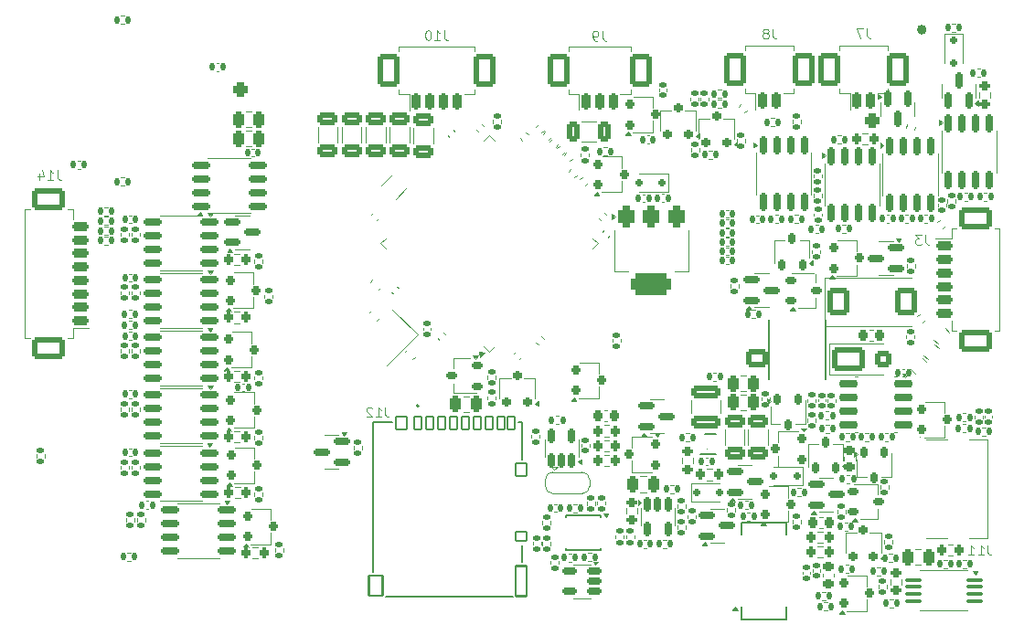
<source format=gbr>
%TF.GenerationSoftware,KiCad,Pcbnew,7.0.11*%
%TF.CreationDate,2025-07-19T14:24:56+09:00*%
%TF.ProjectId,RasPi,52617350-692e-46b6-9963-61645f706362,rev?*%
%TF.SameCoordinates,Original*%
%TF.FileFunction,Legend,Bot*%
%TF.FilePolarity,Positive*%
%FSLAX46Y46*%
G04 Gerber Fmt 4.6, Leading zero omitted, Abs format (unit mm)*
G04 Created by KiCad (PCBNEW 7.0.11) date 2025-07-19 14:24:56*
%MOMM*%
%LPD*%
G01*
G04 APERTURE LIST*
G04 Aperture macros list*
%AMRoundRect*
0 Rectangle with rounded corners*
0 $1 Rounding radius*
0 $2 $3 $4 $5 $6 $7 $8 $9 X,Y pos of 4 corners*
0 Add a 4 corners polygon primitive as box body*
4,1,4,$2,$3,$4,$5,$6,$7,$8,$9,$2,$3,0*
0 Add four circle primitives for the rounded corners*
1,1,$1+$1,$2,$3*
1,1,$1+$1,$4,$5*
1,1,$1+$1,$6,$7*
1,1,$1+$1,$8,$9*
0 Add four rect primitives between the rounded corners*
20,1,$1+$1,$2,$3,$4,$5,0*
20,1,$1+$1,$4,$5,$6,$7,0*
20,1,$1+$1,$6,$7,$8,$9,0*
20,1,$1+$1,$8,$9,$2,$3,0*%
%AMRotRect*
0 Rectangle, with rotation*
0 The origin of the aperture is its center*
0 $1 length*
0 $2 width*
0 $3 Rotation angle, in degrees counterclockwise*
0 Add horizontal line*
21,1,$1,$2,0,0,$3*%
%AMFreePoly0*
4,1,33,0.000000,0.749013,0.031395,0.749013,0.093691,0.741144,0.154508,0.725528,0.212890,0.702414,0.267913,0.672164,0.318712,0.635257,0.364484,0.592274,0.404508,0.543893,0.438153,0.490877,0.464888,0.434062,0.484292,0.374345,0.496057,0.312667,0.500000,0.250000,0.500000,-0.250000,0.496057,-0.312667,0.484292,-0.374345,0.464888,-0.434062,0.438153,-0.490877,0.404508,-0.543893,
0.364484,-0.592274,0.318712,-0.635257,0.267913,-0.672164,0.212890,-0.702414,0.154508,-0.725528,0.093691,-0.741144,0.031395,-0.749013,0.000000,-0.749013,0.000000,-0.750000,-0.550000,-0.750000,-0.550000,0.750000,0.000000,0.750000,0.000000,0.749013,0.000000,0.749013,$1*%
%AMFreePoly1*
4,1,33,0.550000,-0.750000,0.000000,-0.750000,0.000000,-0.749013,-0.031395,-0.749013,-0.093691,-0.741144,-0.154508,-0.725528,-0.212890,-0.702414,-0.267913,-0.672164,-0.318712,-0.635257,-0.364484,-0.592274,-0.404508,-0.543893,-0.438153,-0.490877,-0.464888,-0.434062,-0.484292,-0.374345,-0.496057,-0.312667,-0.500000,-0.250000,-0.500000,0.250000,-0.496057,0.312667,-0.484292,0.374345,-0.464888,0.434062,
-0.438153,0.490877,-0.404508,0.543893,-0.364484,0.592274,-0.318712,0.635257,-0.267913,0.672164,-0.212890,0.702414,-0.154508,0.725528,-0.093691,0.741144,-0.031395,0.749013,0.000000,0.749013,0.000000,0.750000,0.550000,0.750000,0.550000,-0.750000,0.550000,-0.750000,$1*%
G04 Aperture macros list end*
%ADD10C,0.110000*%
%ADD11C,0.120000*%
%ADD12C,0.508000*%
%ADD13C,0.150000*%
%ADD14C,0.200000*%
%ADD15C,0.100000*%
%ADD16C,0.127000*%
%ADD17RoundRect,0.250000X-0.650000X0.325000X-0.650000X-0.325000X0.650000X-0.325000X0.650000X0.325000X0*%
%ADD18RoundRect,0.250000X0.229810X-0.689429X0.689429X-0.229810X-0.229810X0.689429X-0.689429X0.229810X0*%
%ADD19RoundRect,0.250000X0.325000X0.650000X-0.325000X0.650000X-0.325000X-0.650000X0.325000X-0.650000X0*%
%ADD20R,2.400000X3.100000*%
%ADD21RoundRect,0.150000X0.737500X0.150000X-0.737500X0.150000X-0.737500X-0.150000X0.737500X-0.150000X0*%
%ADD22RoundRect,0.200000X-0.250000X-0.200000X0.250000X-0.200000X0.250000X0.200000X-0.250000X0.200000X0*%
%ADD23RoundRect,0.250000X0.750000X-0.600000X0.750000X0.600000X-0.750000X0.600000X-0.750000X-0.600000X0*%
%ADD24O,2.000000X1.700000*%
%ADD25C,1.000000*%
%ADD26R,1.000000X1.000000*%
%ADD27C,3.250000*%
%ADD28RoundRect,0.350000X-0.350000X0.350000X-0.350000X-0.350000X0.350000X-0.350000X0.350000X0.350000X0*%
%ADD29C,1.400000*%
%ADD30C,1.500000*%
%ADD31C,2.500000*%
%ADD32C,2.000000*%
%ADD33C,0.900000*%
%ADD34R,1.700000X1.700000*%
%ADD35O,1.700000X1.700000*%
%ADD36RoundRect,0.135000X-0.135000X-0.185000X0.135000X-0.185000X0.135000X0.185000X-0.135000X0.185000X0*%
%ADD37RoundRect,0.250000X-0.250000X-0.475000X0.250000X-0.475000X0.250000X0.475000X-0.250000X0.475000X0*%
%ADD38RoundRect,0.140000X-0.170000X0.140000X-0.170000X-0.140000X0.170000X-0.140000X0.170000X0.140000X0*%
%ADD39RoundRect,0.150000X-0.150000X0.675000X-0.150000X-0.675000X0.150000X-0.675000X0.150000X0.675000X0*%
%ADD40RoundRect,0.150000X-0.587500X-0.150000X0.587500X-0.150000X0.587500X0.150000X-0.587500X0.150000X0*%
%ADD41RoundRect,0.140000X-0.021213X0.219203X-0.219203X0.021213X0.021213X-0.219203X0.219203X-0.021213X0*%
%ADD42RoundRect,0.135000X0.185000X-0.135000X0.185000X0.135000X-0.185000X0.135000X-0.185000X-0.135000X0*%
%ADD43RoundRect,0.250000X0.250000X0.475000X-0.250000X0.475000X-0.250000X-0.475000X0.250000X-0.475000X0*%
%ADD44RoundRect,0.135000X0.143756X-0.178282X0.213637X0.082518X-0.143756X0.178282X-0.213637X-0.082518X0*%
%ADD45RoundRect,0.140000X0.140000X0.170000X-0.140000X0.170000X-0.140000X-0.170000X0.140000X-0.170000X0*%
%ADD46RoundRect,0.200000X-0.275000X0.200000X-0.275000X-0.200000X0.275000X-0.200000X0.275000X0.200000X0*%
%ADD47RoundRect,0.140000X0.170000X-0.140000X0.170000X0.140000X-0.170000X0.140000X-0.170000X-0.140000X0*%
%ADD48RoundRect,0.150000X-0.150000X0.512500X-0.150000X-0.512500X0.150000X-0.512500X0.150000X0.512500X0*%
%ADD49RoundRect,0.175000X0.325000X0.175000X-0.325000X0.175000X-0.325000X-0.175000X0.325000X-0.175000X0*%
%ADD50RoundRect,0.135000X0.135000X0.185000X-0.135000X0.185000X-0.135000X-0.185000X0.135000X-0.185000X0*%
%ADD51RoundRect,0.250000X-0.500000X-0.510000X0.500000X-0.510000X0.500000X0.510000X-0.500000X0.510000X0*%
%ADD52RoundRect,0.250000X-1.300000X-0.850000X1.300000X-0.850000X1.300000X0.850000X-1.300000X0.850000X0*%
%ADD53RoundRect,0.250001X1.249999X-0.799999X1.249999X0.799999X-1.249999X0.799999X-1.249999X-0.799999X0*%
%ADD54RoundRect,0.200000X0.600000X-0.200000X0.600000X0.200000X-0.600000X0.200000X-0.600000X-0.200000X0*%
%ADD55RoundRect,0.135000X-0.185000X0.135000X-0.185000X-0.135000X0.185000X-0.135000X0.185000X0.135000X0*%
%ADD56RoundRect,0.200000X0.200000X0.275000X-0.200000X0.275000X-0.200000X-0.275000X0.200000X-0.275000X0*%
%ADD57RoundRect,0.140000X-0.140000X-0.170000X0.140000X-0.170000X0.140000X0.170000X-0.140000X0.170000X0*%
%ADD58RoundRect,0.175000X-0.175000X0.325000X-0.175000X-0.325000X0.175000X-0.325000X0.175000X0.325000X0*%
%ADD59RoundRect,0.175000X0.175000X0.175000X-0.175000X0.175000X-0.175000X-0.175000X0.175000X-0.175000X0*%
%ADD60R,1.200000X0.400000*%
%ADD61RoundRect,0.200000X0.200000X-0.250000X0.200000X0.250000X-0.200000X0.250000X-0.200000X-0.250000X0*%
%ADD62RoundRect,0.175000X0.175000X-0.325000X0.175000X0.325000X-0.175000X0.325000X-0.175000X-0.325000X0*%
%ADD63RoundRect,0.150000X0.675000X0.150000X-0.675000X0.150000X-0.675000X-0.150000X0.675000X-0.150000X0*%
%ADD64RoundRect,0.225000X0.225000X0.250000X-0.225000X0.250000X-0.225000X-0.250000X0.225000X-0.250000X0*%
%ADD65RoundRect,0.140000X0.219203X0.021213X0.021213X0.219203X-0.219203X-0.021213X-0.021213X-0.219203X0*%
%ADD66RoundRect,0.135000X-0.035355X0.226274X-0.226274X0.035355X0.035355X-0.226274X0.226274X-0.035355X0*%
%ADD67RoundRect,0.100000X0.637500X0.100000X-0.637500X0.100000X-0.637500X-0.100000X0.637500X-0.100000X0*%
%ADD68RoundRect,0.075000X0.459619X-0.565685X0.565685X-0.459619X-0.459619X0.565685X-0.565685X0.459619X0*%
%ADD69RoundRect,0.075000X-0.459619X-0.565685X0.565685X0.459619X0.459619X0.565685X-0.565685X-0.459619X0*%
%ADD70C,0.650000*%
%ADD71R,1.240000X0.600000*%
%ADD72R,1.240000X0.300000*%
%ADD73O,1.800000X1.000000*%
%ADD74O,2.100000X1.000000*%
%ADD75RoundRect,0.225000X-0.225000X-0.250000X0.225000X-0.250000X0.225000X0.250000X-0.225000X0.250000X0*%
%ADD76RoundRect,0.200000X0.250000X0.200000X-0.250000X0.200000X-0.250000X-0.200000X0.250000X-0.200000X0*%
%ADD77RoundRect,0.175000X-0.325000X-0.175000X0.325000X-0.175000X0.325000X0.175000X-0.325000X0.175000X0*%
%ADD78RoundRect,0.250001X-0.799999X-1.249999X0.799999X-1.249999X0.799999X1.249999X-0.799999X1.249999X0*%
%ADD79RoundRect,0.200000X-0.200000X-0.600000X0.200000X-0.600000X0.200000X0.600000X-0.200000X0.600000X0*%
%ADD80R,2.500000X2.450000*%
%ADD81RoundRect,0.140000X-0.219203X-0.021213X-0.021213X-0.219203X0.219203X0.021213X0.021213X0.219203X0*%
%ADD82RoundRect,0.150000X0.150000X-0.512500X0.150000X0.512500X-0.150000X0.512500X-0.150000X-0.512500X0*%
%ADD83RoundRect,0.150000X0.587500X0.150000X-0.587500X0.150000X-0.587500X-0.150000X0.587500X-0.150000X0*%
%ADD84RoundRect,0.225000X-0.017678X0.335876X-0.335876X0.017678X0.017678X-0.335876X0.335876X-0.017678X0*%
%ADD85R,0.670001X0.299999*%
%ADD86RoundRect,0.140000X0.021213X-0.219203X0.219203X-0.021213X-0.021213X0.219203X-0.219203X0.021213X0*%
%ADD87RoundRect,0.225000X0.017678X-0.335876X0.335876X-0.017678X-0.017678X0.335876X-0.335876X0.017678X0*%
%ADD88RoundRect,0.150000X-0.150000X0.587500X-0.150000X-0.587500X0.150000X-0.587500X0.150000X0.587500X0*%
%ADD89RoundRect,0.250000X1.075000X-0.375000X1.075000X0.375000X-1.075000X0.375000X-1.075000X-0.375000X0*%
%ADD90RoundRect,0.250000X0.650000X-0.325000X0.650000X0.325000X-0.650000X0.325000X-0.650000X-0.325000X0*%
%ADD91RoundRect,0.250001X-1.249999X0.799999X-1.249999X-0.799999X1.249999X-0.799999X1.249999X0.799999X0*%
%ADD92RoundRect,0.200000X-0.600000X0.200000X-0.600000X-0.200000X0.600000X-0.200000X0.600000X0.200000X0*%
%ADD93RoundRect,0.200000X-0.200000X-0.275000X0.200000X-0.275000X0.200000X0.275000X-0.200000X0.275000X0*%
%ADD94RoundRect,0.150000X-0.675000X-0.150000X0.675000X-0.150000X0.675000X0.150000X-0.675000X0.150000X0*%
%ADD95FreePoly0,0.000000*%
%ADD96R,1.000000X1.500000*%
%ADD97FreePoly1,0.000000*%
%ADD98RotRect,1.400000X1.200000X225.000000*%
%ADD99RoundRect,0.375000X-0.375000X0.625000X-0.375000X-0.625000X0.375000X-0.625000X0.375000X0.625000X0*%
%ADD100RoundRect,0.500000X-1.400000X0.500000X-1.400000X-0.500000X1.400000X-0.500000X1.400000X0.500000X0*%
%ADD101RoundRect,0.135000X-0.226274X-0.035355X-0.035355X-0.226274X0.226274X0.035355X0.035355X0.226274X0*%
%ADD102RoundRect,0.175000X-0.175000X-0.175000X0.175000X-0.175000X0.175000X0.175000X-0.175000X0.175000X0*%
%ADD103RoundRect,0.150000X0.150000X-0.587500X0.150000X0.587500X-0.150000X0.587500X-0.150000X-0.587500X0*%
%ADD104RoundRect,0.250000X0.512652X0.159099X0.159099X0.512652X-0.512652X-0.159099X-0.159099X-0.512652X0*%
%ADD105RoundRect,0.225000X-0.250000X0.225000X-0.250000X-0.225000X0.250000X-0.225000X0.250000X0.225000X0*%
%ADD106RoundRect,0.135000X0.035355X-0.226274X0.226274X-0.035355X-0.035355X0.226274X-0.226274X0.035355X0*%
%ADD107RoundRect,0.102000X0.650000X0.950000X-0.650000X0.950000X-0.650000X-0.950000X0.650000X-0.950000X0*%
%ADD108RoundRect,0.102000X0.500000X0.600000X-0.500000X0.600000X-0.500000X-0.600000X0.500000X-0.600000X0*%
%ADD109RoundRect,0.102000X0.500000X1.400000X-0.500000X1.400000X-0.500000X-1.400000X0.500000X-1.400000X0*%
%ADD110RoundRect,0.102000X0.350000X0.600000X-0.350000X0.600000X-0.350000X-0.600000X0.350000X-0.600000X0*%
%ADD111RoundRect,0.102000X0.500000X0.400000X-0.500000X0.400000X-0.500000X-0.400000X0.500000X-0.400000X0*%
%ADD112RoundRect,0.135000X0.226274X0.035355X0.035355X0.226274X-0.226274X-0.035355X-0.035355X-0.226274X0*%
%ADD113RoundRect,0.175000X-0.175000X0.175000X-0.175000X-0.175000X0.175000X-0.175000X0.175000X0.175000X0*%
%ADD114R,1.100000X0.400000*%
%ADD115RoundRect,0.200000X0.275000X-0.200000X0.275000X0.200000X-0.275000X0.200000X-0.275000X-0.200000X0*%
%ADD116RoundRect,0.150000X0.512500X0.150000X-0.512500X0.150000X-0.512500X-0.150000X0.512500X-0.150000X0*%
%ADD117RoundRect,0.250000X-0.787500X-1.025000X0.787500X-1.025000X0.787500X1.025000X-0.787500X1.025000X0*%
G04 APERTURE END LIST*
D10*
X114210571Y-86678637D02*
X114210571Y-87321494D01*
X114210571Y-87321494D02*
X114253428Y-87450065D01*
X114253428Y-87450065D02*
X114339142Y-87535780D01*
X114339142Y-87535780D02*
X114467714Y-87578637D01*
X114467714Y-87578637D02*
X114553428Y-87578637D01*
X113310571Y-87578637D02*
X113824857Y-87578637D01*
X113567714Y-87578637D02*
X113567714Y-86678637D01*
X113567714Y-86678637D02*
X113653428Y-86807208D01*
X113653428Y-86807208D02*
X113739143Y-86892922D01*
X113739143Y-86892922D02*
X113824857Y-86935780D01*
X112539143Y-86978637D02*
X112539143Y-87578637D01*
X112753428Y-86635780D02*
X112967714Y-87278637D01*
X112967714Y-87278637D02*
X112410571Y-87278637D01*
X200352571Y-121417637D02*
X200352571Y-122060494D01*
X200352571Y-122060494D02*
X200395428Y-122189065D01*
X200395428Y-122189065D02*
X200481142Y-122274780D01*
X200481142Y-122274780D02*
X200609714Y-122317637D01*
X200609714Y-122317637D02*
X200695428Y-122317637D01*
X199452571Y-122317637D02*
X199966857Y-122317637D01*
X199709714Y-122317637D02*
X199709714Y-121417637D01*
X199709714Y-121417637D02*
X199795428Y-121546208D01*
X199795428Y-121546208D02*
X199881143Y-121631922D01*
X199881143Y-121631922D02*
X199966857Y-121674780D01*
X198595428Y-122317637D02*
X199109714Y-122317637D01*
X198852571Y-122317637D02*
X198852571Y-121417637D01*
X198852571Y-121417637D02*
X198938285Y-121546208D01*
X198938285Y-121546208D02*
X199024000Y-121631922D01*
X199024000Y-121631922D02*
X199109714Y-121674780D01*
X150037571Y-73707637D02*
X150037571Y-74350494D01*
X150037571Y-74350494D02*
X150080428Y-74479065D01*
X150080428Y-74479065D02*
X150166142Y-74564780D01*
X150166142Y-74564780D02*
X150294714Y-74607637D01*
X150294714Y-74607637D02*
X150380428Y-74607637D01*
X149137571Y-74607637D02*
X149651857Y-74607637D01*
X149394714Y-74607637D02*
X149394714Y-73707637D01*
X149394714Y-73707637D02*
X149480428Y-73836208D01*
X149480428Y-73836208D02*
X149566143Y-73921922D01*
X149566143Y-73921922D02*
X149651857Y-73964780D01*
X148580428Y-73707637D02*
X148494714Y-73707637D01*
X148494714Y-73707637D02*
X148409000Y-73750494D01*
X148409000Y-73750494D02*
X148366143Y-73793351D01*
X148366143Y-73793351D02*
X148323285Y-73879065D01*
X148323285Y-73879065D02*
X148280428Y-74050494D01*
X148280428Y-74050494D02*
X148280428Y-74264780D01*
X148280428Y-74264780D02*
X148323285Y-74436208D01*
X148323285Y-74436208D02*
X148366143Y-74521922D01*
X148366143Y-74521922D02*
X148409000Y-74564780D01*
X148409000Y-74564780D02*
X148494714Y-74607637D01*
X148494714Y-74607637D02*
X148580428Y-74607637D01*
X148580428Y-74607637D02*
X148666143Y-74564780D01*
X148666143Y-74564780D02*
X148709000Y-74521922D01*
X148709000Y-74521922D02*
X148751857Y-74436208D01*
X148751857Y-74436208D02*
X148794714Y-74264780D01*
X148794714Y-74264780D02*
X148794714Y-74050494D01*
X148794714Y-74050494D02*
X148751857Y-73879065D01*
X148751857Y-73879065D02*
X148709000Y-73793351D01*
X148709000Y-73793351D02*
X148666143Y-73750494D01*
X148666143Y-73750494D02*
X148580428Y-73707637D01*
X164694999Y-73781637D02*
X164694999Y-74424494D01*
X164694999Y-74424494D02*
X164737856Y-74553065D01*
X164737856Y-74553065D02*
X164823570Y-74638780D01*
X164823570Y-74638780D02*
X164952142Y-74681637D01*
X164952142Y-74681637D02*
X165037856Y-74681637D01*
X164223571Y-74681637D02*
X164052142Y-74681637D01*
X164052142Y-74681637D02*
X163966428Y-74638780D01*
X163966428Y-74638780D02*
X163923571Y-74595922D01*
X163923571Y-74595922D02*
X163837856Y-74467351D01*
X163837856Y-74467351D02*
X163794999Y-74295922D01*
X163794999Y-74295922D02*
X163794999Y-73953065D01*
X163794999Y-73953065D02*
X163837856Y-73867351D01*
X163837856Y-73867351D02*
X163880714Y-73824494D01*
X163880714Y-73824494D02*
X163966428Y-73781637D01*
X163966428Y-73781637D02*
X164137856Y-73781637D01*
X164137856Y-73781637D02*
X164223571Y-73824494D01*
X164223571Y-73824494D02*
X164266428Y-73867351D01*
X164266428Y-73867351D02*
X164309285Y-73953065D01*
X164309285Y-73953065D02*
X164309285Y-74167351D01*
X164309285Y-74167351D02*
X164266428Y-74253065D01*
X164266428Y-74253065D02*
X164223571Y-74295922D01*
X164223571Y-74295922D02*
X164137856Y-74338780D01*
X164137856Y-74338780D02*
X163966428Y-74338780D01*
X163966428Y-74338780D02*
X163880714Y-74295922D01*
X163880714Y-74295922D02*
X163837856Y-74253065D01*
X163837856Y-74253065D02*
X163794999Y-74167351D01*
X180448999Y-73580637D02*
X180448999Y-74223494D01*
X180448999Y-74223494D02*
X180491856Y-74352065D01*
X180491856Y-74352065D02*
X180577570Y-74437780D01*
X180577570Y-74437780D02*
X180706142Y-74480637D01*
X180706142Y-74480637D02*
X180791856Y-74480637D01*
X179891856Y-73966351D02*
X179977571Y-73923494D01*
X179977571Y-73923494D02*
X180020428Y-73880637D01*
X180020428Y-73880637D02*
X180063285Y-73794922D01*
X180063285Y-73794922D02*
X180063285Y-73752065D01*
X180063285Y-73752065D02*
X180020428Y-73666351D01*
X180020428Y-73666351D02*
X179977571Y-73623494D01*
X179977571Y-73623494D02*
X179891856Y-73580637D01*
X179891856Y-73580637D02*
X179720428Y-73580637D01*
X179720428Y-73580637D02*
X179634714Y-73623494D01*
X179634714Y-73623494D02*
X179591856Y-73666351D01*
X179591856Y-73666351D02*
X179548999Y-73752065D01*
X179548999Y-73752065D02*
X179548999Y-73794922D01*
X179548999Y-73794922D02*
X179591856Y-73880637D01*
X179591856Y-73880637D02*
X179634714Y-73923494D01*
X179634714Y-73923494D02*
X179720428Y-73966351D01*
X179720428Y-73966351D02*
X179891856Y-73966351D01*
X179891856Y-73966351D02*
X179977571Y-74009208D01*
X179977571Y-74009208D02*
X180020428Y-74052065D01*
X180020428Y-74052065D02*
X180063285Y-74137780D01*
X180063285Y-74137780D02*
X180063285Y-74309208D01*
X180063285Y-74309208D02*
X180020428Y-74394922D01*
X180020428Y-74394922D02*
X179977571Y-74437780D01*
X179977571Y-74437780D02*
X179891856Y-74480637D01*
X179891856Y-74480637D02*
X179720428Y-74480637D01*
X179720428Y-74480637D02*
X179634714Y-74437780D01*
X179634714Y-74437780D02*
X179591856Y-74394922D01*
X179591856Y-74394922D02*
X179548999Y-74309208D01*
X179548999Y-74309208D02*
X179548999Y-74137780D01*
X179548999Y-74137780D02*
X179591856Y-74052065D01*
X179591856Y-74052065D02*
X179634714Y-74009208D01*
X179634714Y-74009208D02*
X179720428Y-73966351D01*
X194587999Y-92686637D02*
X194587999Y-93329494D01*
X194587999Y-93329494D02*
X194630856Y-93458065D01*
X194630856Y-93458065D02*
X194716570Y-93543780D01*
X194716570Y-93543780D02*
X194845142Y-93586637D01*
X194845142Y-93586637D02*
X194930856Y-93586637D01*
X194245142Y-92686637D02*
X193687999Y-92686637D01*
X193687999Y-92686637D02*
X193987999Y-93029494D01*
X193987999Y-93029494D02*
X193859428Y-93029494D01*
X193859428Y-93029494D02*
X193773714Y-93072351D01*
X193773714Y-93072351D02*
X193730856Y-93115208D01*
X193730856Y-93115208D02*
X193687999Y-93200922D01*
X193687999Y-93200922D02*
X193687999Y-93415208D01*
X193687999Y-93415208D02*
X193730856Y-93500922D01*
X193730856Y-93500922D02*
X193773714Y-93543780D01*
X193773714Y-93543780D02*
X193859428Y-93586637D01*
X193859428Y-93586637D02*
X194116571Y-93586637D01*
X194116571Y-93586637D02*
X194202285Y-93543780D01*
X194202285Y-93543780D02*
X194245142Y-93500922D01*
X144577571Y-108634637D02*
X144577571Y-109277494D01*
X144577571Y-109277494D02*
X144620428Y-109406065D01*
X144620428Y-109406065D02*
X144706142Y-109491780D01*
X144706142Y-109491780D02*
X144834714Y-109534637D01*
X144834714Y-109534637D02*
X144920428Y-109534637D01*
X143677571Y-109534637D02*
X144191857Y-109534637D01*
X143934714Y-109534637D02*
X143934714Y-108634637D01*
X143934714Y-108634637D02*
X144020428Y-108763208D01*
X144020428Y-108763208D02*
X144106143Y-108848922D01*
X144106143Y-108848922D02*
X144191857Y-108891780D01*
X143334714Y-108720351D02*
X143291857Y-108677494D01*
X143291857Y-108677494D02*
X143206143Y-108634637D01*
X143206143Y-108634637D02*
X142991857Y-108634637D01*
X142991857Y-108634637D02*
X142906143Y-108677494D01*
X142906143Y-108677494D02*
X142863285Y-108720351D01*
X142863285Y-108720351D02*
X142820428Y-108806065D01*
X142820428Y-108806065D02*
X142820428Y-108891780D01*
X142820428Y-108891780D02*
X142863285Y-109020351D01*
X142863285Y-109020351D02*
X143377571Y-109534637D01*
X143377571Y-109534637D02*
X142820428Y-109534637D01*
X189168999Y-73537637D02*
X189168999Y-74180494D01*
X189168999Y-74180494D02*
X189211856Y-74309065D01*
X189211856Y-74309065D02*
X189297570Y-74394780D01*
X189297570Y-74394780D02*
X189426142Y-74437637D01*
X189426142Y-74437637D02*
X189511856Y-74437637D01*
X188826142Y-73537637D02*
X188226142Y-73537637D01*
X188226142Y-73537637D02*
X188611856Y-74437637D01*
D11*
%TO.C,C75*%
X142379000Y-82672748D02*
X142379000Y-84095252D01*
X140559000Y-82672748D02*
X140559000Y-84095252D01*
%TO.C,C74*%
X140159000Y-82672748D02*
X140159000Y-84095252D01*
X138339000Y-82672748D02*
X138339000Y-84095252D01*
%TO.C,C73*%
X142779000Y-82672748D02*
X142779000Y-84095252D01*
X144599000Y-82672748D02*
X144599000Y-84095252D01*
%TO.C,C70*%
X144999000Y-82682748D02*
X144999000Y-84105252D01*
X146819000Y-82682748D02*
X146819000Y-84105252D01*
%TO.C,C56*%
X147209000Y-82792748D02*
X147209000Y-84215252D01*
X149029000Y-82792748D02*
X149029000Y-84215252D01*
%TO.C,C34*%
X144232602Y-88083464D02*
X145238464Y-87077602D01*
X145519536Y-89370398D02*
X146525398Y-88364536D01*
%TO.C,C32*%
X164140252Y-83994000D02*
X162717748Y-83994000D01*
X164140252Y-82174000D02*
X162717748Y-82174000D01*
%TO.C,U13*%
X191719584Y-110934000D02*
X191959000Y-110934000D01*
X191719584Y-105814000D02*
X191959000Y-105814000D01*
X188298416Y-110934000D02*
X188059000Y-110934000D01*
X188298416Y-105814000D02*
X188059000Y-105814000D01*
X192709000Y-105909000D02*
X192469000Y-105579000D01*
X192949000Y-105579000D01*
X192709000Y-105909000D01*
G36*
X192709000Y-105909000D02*
G01*
X192469000Y-105579000D01*
X192949000Y-105579000D01*
X192709000Y-105909000D01*
G37*
%TO.C,Q5*%
X130146000Y-105252676D02*
X129666000Y-105252676D01*
X129906000Y-104922676D01*
X130146000Y-105252676D01*
G36*
X130146000Y-105252676D02*
G01*
X129666000Y-105252676D01*
X129906000Y-104922676D01*
X130146000Y-105252676D01*
G37*
X132216000Y-101661000D02*
X132216000Y-102711000D01*
X132216000Y-104961000D02*
X132216000Y-103911000D01*
X130416000Y-101661000D02*
X132216000Y-101661000D01*
X130356000Y-104961000D02*
X132216000Y-104961000D01*
%TO.C,Q20*%
X162280000Y-108092676D02*
X161800000Y-108092676D01*
X162040000Y-107762676D01*
X162280000Y-108092676D01*
G36*
X162280000Y-108092676D02*
G01*
X161800000Y-108092676D01*
X162040000Y-107762676D01*
X162280000Y-108092676D01*
G37*
X164350000Y-104501000D02*
X164350000Y-105551000D01*
X164350000Y-107801000D02*
X164350000Y-106751000D01*
X162550000Y-104501000D02*
X164350000Y-104501000D01*
X162490000Y-107801000D02*
X164350000Y-107801000D01*
%TO.C,Q18*%
X130285000Y-99770676D02*
X129805000Y-99770676D01*
X130045000Y-99440676D01*
X130285000Y-99770676D01*
G36*
X130285000Y-99770676D02*
G01*
X129805000Y-99770676D01*
X130045000Y-99440676D01*
X130285000Y-99770676D01*
G37*
X132355000Y-96179000D02*
X132355000Y-97229000D01*
X132355000Y-99479000D02*
X132355000Y-98429000D01*
X130555000Y-96179000D02*
X132355000Y-96179000D01*
X130495000Y-99479000D02*
X132355000Y-99479000D01*
%TO.C,Q4*%
X130339000Y-110865676D02*
X129859000Y-110865676D01*
X130099000Y-110535676D01*
X130339000Y-110865676D01*
G36*
X130339000Y-110865676D02*
G01*
X129859000Y-110865676D01*
X130099000Y-110535676D01*
X130339000Y-110865676D01*
G37*
X132409000Y-107274000D02*
X132409000Y-108324000D01*
X132409000Y-110574000D02*
X132409000Y-109524000D01*
X130609000Y-107274000D02*
X132409000Y-107274000D01*
X130549000Y-110574000D02*
X132409000Y-110574000D01*
%TO.C,Q3*%
X130611000Y-115666000D02*
X132471000Y-115666000D01*
X130671000Y-112366000D02*
X132471000Y-112366000D01*
X132471000Y-115666000D02*
X132471000Y-114616000D01*
X132471000Y-112366000D02*
X132471000Y-113416000D01*
X130401000Y-115957676D02*
X129921000Y-115957676D01*
X130161000Y-115627676D01*
X130401000Y-115957676D01*
G36*
X130401000Y-115957676D02*
G01*
X129921000Y-115957676D01*
X130161000Y-115627676D01*
X130401000Y-115957676D01*
G37*
%TO.C,Q2*%
X131927000Y-121634676D02*
X131447000Y-121634676D01*
X131687000Y-121304676D01*
X131927000Y-121634676D01*
G36*
X131927000Y-121634676D02*
G01*
X131447000Y-121634676D01*
X131687000Y-121304676D01*
X131927000Y-121634676D01*
G37*
X133997000Y-118043000D02*
X133997000Y-119093000D01*
X133997000Y-121343000D02*
X133997000Y-120293000D01*
X132197000Y-118043000D02*
X133997000Y-118043000D01*
X132137000Y-121343000D02*
X133997000Y-121343000D01*
D12*
%TO.C,J1*%
X194449000Y-73660000D02*
G75*
G03*
X194049000Y-73660000I-200000J0D01*
G01*
X194049000Y-73660000D02*
G75*
G03*
X194449000Y-73660000I200000J0D01*
G01*
D11*
%TO.C,R60*%
X187205359Y-111774000D02*
X187512641Y-111774000D01*
X187205359Y-111014000D02*
X187512641Y-111014000D01*
%TO.C,C52*%
X168197748Y-116529000D02*
X168720252Y-116529000D01*
X168197748Y-115059000D02*
X168720252Y-115059000D01*
%TO.C,R66*%
X199845359Y-111294000D02*
X200152641Y-111294000D01*
X199845359Y-110534000D02*
X200152641Y-110534000D01*
%TO.C,C7*%
X148069000Y-101276164D02*
X148069000Y-101491836D01*
X148789000Y-101276164D02*
X148789000Y-101491836D01*
%TO.C,Q11*%
X194329000Y-111725676D02*
X193849000Y-111725676D01*
X194089000Y-111395676D01*
X194329000Y-111725676D01*
G36*
X194329000Y-111725676D02*
G01*
X193849000Y-111725676D01*
X194089000Y-111395676D01*
X194329000Y-111725676D01*
G37*
X196399000Y-111434000D02*
X196399000Y-110384000D01*
X196399000Y-108134000D02*
X196399000Y-109184000D01*
X194599000Y-108134000D02*
X196399000Y-108134000D01*
X194539000Y-111434000D02*
X196399000Y-111434000D01*
%TO.C,U4*%
X190724000Y-84394000D02*
X190394000Y-84634000D01*
X190394000Y-84154000D01*
X190724000Y-84394000D01*
G36*
X190724000Y-84394000D02*
G01*
X190394000Y-84634000D01*
X190394000Y-84154000D01*
X190724000Y-84394000D01*
G37*
X190629000Y-87094000D02*
X190629000Y-89044000D01*
X190629000Y-87094000D02*
X190629000Y-85144000D01*
X195749000Y-87094000D02*
X195749000Y-89044000D01*
X195749000Y-87094000D02*
X195749000Y-85144000D01*
%TO.C,Q25*%
X178496500Y-99644000D02*
X178016500Y-99644000D01*
X178256500Y-99314000D01*
X178496500Y-99644000D01*
G36*
X178496500Y-99644000D02*
G01*
X178016500Y-99644000D01*
X178256500Y-99314000D01*
X178496500Y-99644000D01*
G37*
X179419000Y-99364000D02*
X180069000Y-99364000D01*
X179419000Y-99364000D02*
X178769000Y-99364000D01*
X179419000Y-96244000D02*
X180069000Y-96244000D01*
X179419000Y-96244000D02*
X178769000Y-96244000D01*
%TO.C,C3*%
X143410693Y-90633190D02*
X143258190Y-90785693D01*
X143919810Y-91142307D02*
X143767307Y-91294810D01*
%TO.C,R136*%
X164979000Y-117687641D02*
X164979000Y-117380359D01*
X164219000Y-117687641D02*
X164219000Y-117380359D01*
%TO.C,C45*%
X152310252Y-107629000D02*
X151787748Y-107629000D01*
X152310252Y-109099000D02*
X151787748Y-109099000D01*
%TO.C,R20*%
X193556287Y-82960757D02*
X193635817Y-82663945D01*
X192822183Y-82764055D02*
X192901713Y-82467243D01*
%TO.C,C2*%
X169016836Y-83474000D02*
X168801164Y-83474000D01*
X169016836Y-84194000D02*
X168801164Y-84194000D01*
%TO.C,C38*%
X195769000Y-89826164D02*
X195769000Y-90041836D01*
X196489000Y-89826164D02*
X196489000Y-90041836D01*
%TO.C,R151*%
X166856500Y-118028742D02*
X166856500Y-118503258D01*
X167901500Y-118028742D02*
X167901500Y-118503258D01*
%TO.C,C65*%
X185389000Y-108121836D02*
X185389000Y-107906164D01*
X184669000Y-108121836D02*
X184669000Y-107906164D01*
%TO.C,U17*%
X168289000Y-117464000D02*
X167959000Y-117704000D01*
X167959000Y-117224000D01*
X168289000Y-117464000D01*
G36*
X168289000Y-117464000D02*
G01*
X167959000Y-117704000D01*
X167959000Y-117224000D01*
X168289000Y-117464000D01*
G37*
X168239000Y-118764000D02*
X168239000Y-119564000D01*
X168239000Y-118764000D02*
X168239000Y-117964000D01*
X171359000Y-118764000D02*
X171359000Y-119564000D01*
X171359000Y-118764000D02*
X171359000Y-117964000D01*
%TO.C,Q28*%
X152954000Y-104184000D02*
X152714000Y-103854000D01*
X153194000Y-103854000D01*
X152954000Y-104184000D01*
G36*
X152954000Y-104184000D02*
G01*
X152714000Y-103854000D01*
X153194000Y-103854000D01*
X152954000Y-104184000D01*
G37*
X150854000Y-104134000D02*
X150854000Y-105044000D01*
X150854000Y-106444000D02*
X150854000Y-107354000D01*
X152454000Y-104134000D02*
X150854000Y-104134000D01*
X153004000Y-107354000D02*
X150854000Y-107354000D01*
%TO.C,R94*%
X120402641Y-88114000D02*
X120095359Y-88114000D01*
X120402641Y-87354000D02*
X120095359Y-87354000D01*
%TO.C,R123*%
X160649000Y-123187641D02*
X160649000Y-122880359D01*
X159889000Y-123187641D02*
X159889000Y-122880359D01*
%TO.C,D17*%
X185699000Y-105644000D02*
X190719000Y-105644000D01*
X185699000Y-105644000D02*
X185699000Y-102744000D01*
X185699000Y-102744000D02*
X190719000Y-102744000D01*
%TO.C,C61*%
X183199000Y-123886164D02*
X183199000Y-124101836D01*
X183919000Y-123886164D02*
X183919000Y-124101836D01*
%TO.C,Q19*%
X130426500Y-94274000D02*
X129946500Y-94274000D01*
X130186500Y-93944000D01*
X130426500Y-94274000D01*
G36*
X130426500Y-94274000D02*
G01*
X129946500Y-94274000D01*
X130186500Y-93944000D01*
X130426500Y-94274000D01*
G37*
X131349000Y-93994000D02*
X131999000Y-93994000D01*
X131349000Y-93994000D02*
X130699000Y-93994000D01*
X131349000Y-90874000D02*
X131999000Y-90874000D01*
X131349000Y-90874000D02*
X130699000Y-90874000D01*
%TO.C,J14*%
X115639000Y-90279000D02*
X115639000Y-91229000D01*
X115189000Y-90279000D02*
X115639000Y-90279000D01*
X111219000Y-90279000D02*
X111669000Y-90279000D01*
X115639000Y-101299000D02*
X117129000Y-101299000D01*
X115639000Y-102249000D02*
X115639000Y-101299000D01*
X115189000Y-102249000D02*
X115639000Y-102249000D01*
X111669000Y-102249000D02*
X111219000Y-102249000D01*
X111219000Y-102249000D02*
X111219000Y-90279000D01*
%TO.C,R138*%
X155320000Y-82326641D02*
X155320000Y-82019359D01*
X154560000Y-82326641D02*
X154560000Y-82019359D01*
%TO.C,C50*%
X186259000Y-108161836D02*
X186259000Y-107946164D01*
X185539000Y-108161836D02*
X185539000Y-107946164D01*
%TO.C,C71*%
X194200252Y-121809000D02*
X193677748Y-121809000D01*
X194200252Y-123279000D02*
X193677748Y-123279000D01*
%TO.C,R92*%
X165597000Y-102306359D02*
X165597000Y-102613641D01*
X166357000Y-102306359D02*
X166357000Y-102613641D01*
%TO.C,R128*%
X197136258Y-121351500D02*
X196661742Y-121351500D01*
X197136258Y-122396500D02*
X196661742Y-122396500D01*
%TO.C,R91*%
X178362641Y-118374000D02*
X178055359Y-118374000D01*
X178362641Y-119134000D02*
X178055359Y-119134000D01*
%TO.C,R25*%
X134383000Y-121715359D02*
X134383000Y-122022641D01*
X135143000Y-121715359D02*
X135143000Y-122022641D01*
%TO.C,U3*%
X178994000Y-84334000D02*
X178664000Y-84574000D01*
X178664000Y-84094000D01*
X178994000Y-84334000D01*
G36*
X178994000Y-84334000D02*
G01*
X178664000Y-84574000D01*
X178664000Y-84094000D01*
X178994000Y-84334000D01*
G37*
X178899000Y-87034000D02*
X178899000Y-88984000D01*
X178899000Y-87034000D02*
X178899000Y-85084000D01*
X184019000Y-87034000D02*
X184019000Y-88984000D01*
X184019000Y-87034000D02*
X184019000Y-85084000D01*
%TO.C,C37*%
X176121164Y-95404000D02*
X176336836Y-95404000D01*
X176121164Y-94684000D02*
X176336836Y-94684000D01*
%TO.C,Q35*%
X180289000Y-108089000D02*
X179959000Y-108329000D01*
X179959000Y-107849000D01*
X180289000Y-108089000D01*
G36*
X180289000Y-108089000D02*
G01*
X179959000Y-108329000D01*
X179959000Y-107849000D01*
X180289000Y-108089000D01*
G37*
X180239000Y-110189000D02*
X181149000Y-110189000D01*
X182549000Y-110189000D02*
X183459000Y-110189000D01*
X180239000Y-108589000D02*
X180239000Y-110189000D01*
X183459000Y-108039000D02*
X183459000Y-110189000D01*
%TO.C,R74*%
X133409000Y-98220359D02*
X133409000Y-98527641D01*
X134169000Y-98220359D02*
X134169000Y-98527641D01*
%TO.C,R31*%
X132469000Y-116570359D02*
X132469000Y-116877641D01*
X133229000Y-116570359D02*
X133229000Y-116877641D01*
%TO.C,D18*%
X183229000Y-114194000D02*
X180569000Y-114194000D01*
X183229000Y-114194000D02*
X183229000Y-115894000D01*
X183229000Y-115894000D02*
X180569000Y-115894000D01*
%TO.C,C25*%
X168612836Y-88913000D02*
X168397164Y-88913000D01*
X168612836Y-89633000D02*
X168397164Y-89633000D01*
%TO.C,R133*%
X177864359Y-118080000D02*
X178171641Y-118080000D01*
X177864359Y-117320000D02*
X178171641Y-117320000D01*
%TO.C,R48*%
X185005359Y-126534000D02*
X185312641Y-126534000D01*
X185005359Y-125774000D02*
X185312641Y-125774000D01*
%TO.C,R116*%
X185325359Y-109774000D02*
X185632641Y-109774000D01*
X185325359Y-109014000D02*
X185632641Y-109014000D01*
%TO.C,U6*%
X177221500Y-127499000D02*
X176741500Y-127499000D01*
X176981500Y-127169000D01*
X177221500Y-127499000D01*
G36*
X177221500Y-127499000D02*
G01*
X176741500Y-127499000D01*
X176981500Y-127169000D01*
X177221500Y-127499000D01*
G37*
D13*
X181694000Y-128279000D02*
X181694000Y-127169000D01*
X181694000Y-119329000D02*
X181694000Y-120439000D01*
X177544000Y-128279000D02*
X181694000Y-128279000D01*
X177544000Y-127169000D02*
X177544000Y-128279000D01*
X177544000Y-119329000D02*
X181694000Y-119329000D01*
X177544000Y-119329000D02*
X177544000Y-120439000D01*
%TO.C,Q27*%
D11*
X158727676Y-108540000D02*
X158397676Y-108300000D01*
X158727676Y-108060000D01*
X158727676Y-108540000D01*
G36*
X158727676Y-108540000D02*
G01*
X158397676Y-108300000D01*
X158727676Y-108060000D01*
X158727676Y-108540000D01*
G37*
X158436000Y-105990000D02*
X157386000Y-105990000D01*
X155136000Y-105990000D02*
X156186000Y-105990000D01*
X155136000Y-107790000D02*
X155136000Y-105990000D01*
X158436000Y-107850000D02*
X158436000Y-105990000D01*
%TO.C,R119*%
X190835359Y-111774000D02*
X191142641Y-111774000D01*
X190835359Y-111014000D02*
X191142641Y-111014000D01*
%TO.C,Q26*%
X184149000Y-95509000D02*
X183819000Y-95269000D01*
X184149000Y-95029000D01*
X184149000Y-95509000D01*
G36*
X184149000Y-95509000D02*
G01*
X183819000Y-95269000D01*
X184149000Y-95029000D01*
X184149000Y-95509000D01*
G37*
X183869000Y-93169000D02*
X182959000Y-93169000D01*
X181559000Y-93169000D02*
X180649000Y-93169000D01*
X183869000Y-94769000D02*
X183869000Y-93169000D01*
X180649000Y-95319000D02*
X180649000Y-93169000D01*
%TO.C,R114*%
X175662641Y-79214000D02*
X175355359Y-79214000D01*
X175662641Y-79974000D02*
X175355359Y-79974000D01*
%TO.C,R144*%
X191305359Y-127204000D02*
X191612641Y-127204000D01*
X191305359Y-126444000D02*
X191612641Y-126444000D01*
%TO.C,R85*%
X121102641Y-99654000D02*
X120795359Y-99654000D01*
X121102641Y-100414000D02*
X120795359Y-100414000D01*
%TO.C,R19*%
X182772641Y-90824000D02*
X182465359Y-90824000D01*
X182772641Y-91584000D02*
X182465359Y-91584000D01*
%TO.C,U8*%
X128329000Y-112309000D02*
X128089000Y-111979000D01*
X128569000Y-111979000D01*
X128329000Y-112309000D01*
G36*
X128329000Y-112309000D02*
G01*
X128089000Y-111979000D01*
X128569000Y-111979000D01*
X128329000Y-112309000D01*
G37*
X125629000Y-112214000D02*
X123679000Y-112214000D01*
X125629000Y-112214000D02*
X127579000Y-112214000D01*
X125629000Y-117334000D02*
X123679000Y-117334000D01*
X125629000Y-117334000D02*
X127579000Y-117334000D01*
%TO.C,R44*%
X191205359Y-122994000D02*
X191512641Y-122994000D01*
X191205359Y-122234000D02*
X191512641Y-122234000D01*
%TO.C,R120*%
X175355359Y-80924000D02*
X175662641Y-80924000D01*
X175355359Y-80164000D02*
X175662641Y-80164000D01*
%TO.C,R62*%
X189025359Y-111775000D02*
X189332641Y-111775000D01*
X189025359Y-111015000D02*
X189332641Y-111015000D01*
%TO.C,R93*%
X120402641Y-72354000D02*
X120095359Y-72354000D01*
X120402641Y-73114000D02*
X120095359Y-73114000D01*
%TO.C,C23*%
X200079000Y-109426164D02*
X200079000Y-109641836D01*
X200799000Y-109426164D02*
X200799000Y-109641836D01*
%TO.C,C58*%
X185059580Y-118804000D02*
X184778420Y-118804000D01*
X185059580Y-119824000D02*
X184778420Y-119824000D01*
%TO.C,R153*%
X172579000Y-118630359D02*
X172579000Y-118937641D01*
X173339000Y-118630359D02*
X173339000Y-118937641D01*
%TO.C,Q10*%
X164389000Y-89005676D02*
X163909000Y-89005676D01*
X164149000Y-88675676D01*
X164389000Y-89005676D01*
G36*
X164389000Y-89005676D02*
G01*
X163909000Y-89005676D01*
X164149000Y-88675676D01*
X164389000Y-89005676D01*
G37*
X166459000Y-88714000D02*
X166459000Y-87664000D01*
X166459000Y-85414000D02*
X166459000Y-86464000D01*
X164659000Y-85414000D02*
X166459000Y-85414000D01*
X164599000Y-88714000D02*
X166459000Y-88714000D01*
%TO.C,C55*%
X177980252Y-105699000D02*
X177457748Y-105699000D01*
X177980252Y-107169000D02*
X177457748Y-107169000D01*
%TO.C,C1*%
X153649810Y-82575693D02*
X153497307Y-82423190D01*
X153140693Y-83084810D02*
X152988190Y-82932307D01*
%TO.C,R86*%
X121102641Y-100654000D02*
X120795359Y-100654000D01*
X121102641Y-101414000D02*
X120795359Y-101414000D01*
%TO.C,R21*%
X195908940Y-91296659D02*
X195691659Y-91513940D01*
X196446341Y-91834060D02*
X196229060Y-92051341D01*
%TO.C,U22*%
X199209000Y-124199000D02*
X198969000Y-123869000D01*
X199449000Y-123869000D01*
X199209000Y-124199000D01*
G36*
X199209000Y-124199000D02*
G01*
X198969000Y-123869000D01*
X199449000Y-123869000D01*
X199209000Y-124199000D01*
G37*
X196309000Y-123774000D02*
X194109000Y-123774000D01*
X196309000Y-123774000D02*
X198509000Y-123774000D01*
X196309000Y-127494000D02*
X194109000Y-127494000D01*
X196309000Y-127494000D02*
X198509000Y-127494000D01*
%TO.C,R103*%
X176539000Y-97250359D02*
X176539000Y-97557641D01*
X177299000Y-97250359D02*
X177299000Y-97557641D01*
%TO.C,R150*%
X172369000Y-119917641D02*
X172369000Y-119610359D01*
X171609000Y-119917641D02*
X171609000Y-119610359D01*
%TO.C,R16*%
X183029000Y-82307641D02*
X183029000Y-82000359D01*
X182269000Y-82307641D02*
X182269000Y-82000359D01*
%TO.C,R51*%
X191549000Y-121247641D02*
X191549000Y-120940359D01*
X190789000Y-121247641D02*
X190789000Y-120940359D01*
%TO.C,R102*%
X184859000Y-94387641D02*
X184859000Y-94080359D01*
X184099000Y-94387641D02*
X184099000Y-94080359D01*
%TO.C,U15*%
X153809456Y-103572012D02*
X153328624Y-104052845D01*
X153236700Y-103480088D01*
X153809456Y-103572012D01*
G36*
X153809456Y-103572012D02*
G01*
X153328624Y-104052845D01*
X153236700Y-103480088D01*
X153809456Y-103572012D01*
G37*
X164230442Y-93476295D02*
X163735468Y-92981320D01*
X154175384Y-83421237D02*
X154670359Y-83916211D01*
X163735468Y-93971270D02*
X164230442Y-93476295D01*
X153680409Y-83916211D02*
X154175384Y-83421237D01*
X154670359Y-103036379D02*
X154175384Y-103531353D01*
X144615300Y-92981320D02*
X144120326Y-93476295D01*
X154175384Y-103531353D02*
X153680409Y-103036379D01*
X144120326Y-93476295D02*
X144615300Y-93971270D01*
%TO.C,U11*%
X128349000Y-96299000D02*
X128109000Y-95969000D01*
X128589000Y-95969000D01*
X128349000Y-96299000D01*
G36*
X128349000Y-96299000D02*
G01*
X128109000Y-95969000D01*
X128589000Y-95969000D01*
X128349000Y-96299000D01*
G37*
X125649000Y-96204000D02*
X123699000Y-96204000D01*
X125649000Y-96204000D02*
X127599000Y-96204000D01*
X125649000Y-101324000D02*
X123699000Y-101324000D01*
X125649000Y-101324000D02*
X127599000Y-101324000D01*
%TO.C,J11*%
X200334000Y-111654000D02*
X198629000Y-111654000D01*
X194699000Y-111654000D02*
X196619000Y-111654000D01*
X200334000Y-120814000D02*
X200334000Y-111654000D01*
X198629000Y-120814000D02*
X200334000Y-120814000D01*
X196619000Y-120814000D02*
X194699000Y-120814000D01*
%TO.C,R141*%
X190442641Y-123474000D02*
X190135359Y-123474000D01*
X190442641Y-124234000D02*
X190135359Y-124234000D01*
%TO.C,C30*%
X164867420Y-109969000D02*
X165148580Y-109969000D01*
X164867420Y-108949000D02*
X165148580Y-108949000D01*
%TO.C,R154*%
X171302641Y-115834000D02*
X170995359Y-115834000D01*
X171302641Y-116594000D02*
X170995359Y-116594000D01*
%TO.C,C35*%
X121056836Y-96274000D02*
X120841164Y-96274000D01*
X121056836Y-96994000D02*
X120841164Y-96994000D01*
%TO.C,Q37*%
X183299000Y-110912324D02*
X183059000Y-110582324D01*
X183539000Y-110582324D01*
X183299000Y-110912324D01*
G36*
X183299000Y-110912324D02*
G01*
X183059000Y-110582324D01*
X183539000Y-110582324D01*
X183299000Y-110912324D01*
G37*
X180989000Y-110874000D02*
X180989000Y-111924000D01*
X180989000Y-114174000D02*
X180989000Y-113124000D01*
X182789000Y-114174000D02*
X180989000Y-114174000D01*
X182849000Y-110874000D02*
X180989000Y-110874000D01*
%TO.C,R80*%
X118545359Y-91764000D02*
X118852641Y-91764000D01*
X118545359Y-91004000D02*
X118852641Y-91004000D01*
%TO.C,Q16*%
X182544000Y-99704000D02*
X182064000Y-99704000D01*
X182304000Y-99374000D01*
X182544000Y-99704000D01*
G36*
X182544000Y-99704000D02*
G01*
X182064000Y-99704000D01*
X182304000Y-99374000D01*
X182544000Y-99704000D01*
G37*
X184404000Y-99424000D02*
X184404000Y-98514000D01*
X184404000Y-97114000D02*
X184404000Y-96204000D01*
X182804000Y-99424000D02*
X184404000Y-99424000D01*
X182254000Y-96204000D02*
X184404000Y-96204000D01*
%TO.C,R113*%
X172829000Y-79930359D02*
X172829000Y-80237641D01*
X173589000Y-79930359D02*
X173589000Y-80237641D01*
%TO.C,R104*%
X154029000Y-105740359D02*
X154029000Y-106047641D01*
X154789000Y-105740359D02*
X154789000Y-106047641D01*
%TO.C,J10*%
X152819000Y-79634000D02*
X151869000Y-79634000D01*
X152819000Y-79184000D02*
X152819000Y-79634000D01*
X152819000Y-75214000D02*
X152819000Y-75664000D01*
X146799000Y-79634000D02*
X146799000Y-81124000D01*
X145849000Y-79634000D02*
X146799000Y-79634000D01*
X145849000Y-79184000D02*
X145849000Y-79634000D01*
X145849000Y-75664000D02*
X145849000Y-75214000D01*
X145849000Y-75214000D02*
X152819000Y-75214000D01*
D14*
%TO.C,L2*%
X185319000Y-100539000D02*
X185319000Y-106029000D01*
X180139000Y-106029000D02*
X180139000Y-100539000D01*
D11*
%TO.C,R95*%
X199375359Y-78064000D02*
X199682641Y-78064000D01*
X199375359Y-77304000D02*
X199682641Y-77304000D01*
%TO.C,Q7*%
X187099000Y-127825676D02*
X186619000Y-127825676D01*
X186859000Y-127495676D01*
X187099000Y-127825676D01*
G36*
X187099000Y-127825676D02*
G01*
X186619000Y-127825676D01*
X186859000Y-127495676D01*
X187099000Y-127825676D01*
G37*
X189169000Y-127534000D02*
X189169000Y-126484000D01*
X189169000Y-124234000D02*
X189169000Y-125284000D01*
X187369000Y-124234000D02*
X189169000Y-124234000D01*
X187309000Y-127534000D02*
X189169000Y-127534000D01*
%TO.C,C31*%
X121056836Y-107074000D02*
X120841164Y-107074000D01*
X121056836Y-107794000D02*
X120841164Y-107794000D01*
%TO.C,R29*%
X113009000Y-113307641D02*
X113009000Y-113000359D01*
X112249000Y-113307641D02*
X112249000Y-113000359D01*
%TO.C,U12*%
X128349000Y-90969000D02*
X128109000Y-90639000D01*
X128589000Y-90639000D01*
X128349000Y-90969000D01*
G36*
X128349000Y-90969000D02*
G01*
X128109000Y-90639000D01*
X128589000Y-90639000D01*
X128349000Y-90969000D01*
G37*
X125649000Y-90874000D02*
X123699000Y-90874000D01*
X125649000Y-90874000D02*
X127599000Y-90874000D01*
X125649000Y-95994000D02*
X123699000Y-95994000D01*
X125649000Y-95994000D02*
X127599000Y-95994000D01*
%TO.C,R90*%
X199586500Y-79496742D02*
X199586500Y-79971258D01*
X200631500Y-79496742D02*
X200631500Y-79971258D01*
%TO.C,R122*%
X184459000Y-108187641D02*
X184459000Y-107880359D01*
X183699000Y-108187641D02*
X183699000Y-107880359D01*
%TO.C,C36*%
X121056836Y-90874000D02*
X120841164Y-90874000D01*
X121056836Y-91594000D02*
X120841164Y-91594000D01*
%TO.C,R23*%
X194792641Y-90774000D02*
X194485359Y-90774000D01*
X194792641Y-91534000D02*
X194485359Y-91534000D01*
%TO.C,C12*%
X178951164Y-91584000D02*
X179166836Y-91584000D01*
X178951164Y-90864000D02*
X179166836Y-90864000D01*
%TO.C,C47*%
X168541164Y-121674000D02*
X168756836Y-121674000D01*
X168541164Y-120954000D02*
X168756836Y-120954000D01*
%TO.C,C33*%
X121056836Y-101674000D02*
X120841164Y-101674000D01*
X121056836Y-102394000D02*
X120841164Y-102394000D01*
%TO.C,C24*%
X170395836Y-88891000D02*
X170180164Y-88891000D01*
X170395836Y-89611000D02*
X170180164Y-89611000D01*
%TO.C,C63*%
X145168190Y-97972307D02*
X145320693Y-98124810D01*
X145677307Y-97463190D02*
X145829810Y-97615693D01*
%TO.C,U25*%
X159348000Y-112406000D02*
X159348000Y-113206000D01*
X159348000Y-112406000D02*
X159348000Y-111606000D01*
X162468000Y-112406000D02*
X162468000Y-113206000D01*
X162468000Y-112406000D02*
X162468000Y-111606000D01*
X162748000Y-113946000D02*
X162418000Y-113706000D01*
X162748000Y-113466000D01*
X162748000Y-113946000D01*
G36*
X162748000Y-113946000D02*
G01*
X162418000Y-113706000D01*
X162748000Y-113466000D01*
X162748000Y-113946000D01*
G37*
%TO.C,U2*%
X185334000Y-85334000D02*
X185004000Y-85574000D01*
X185004000Y-85094000D01*
X185334000Y-85334000D01*
G36*
X185334000Y-85334000D02*
G01*
X185004000Y-85574000D01*
X185004000Y-85094000D01*
X185334000Y-85334000D01*
G37*
X185239000Y-88034000D02*
X185239000Y-89984000D01*
X185239000Y-88034000D02*
X185239000Y-86084000D01*
X190359000Y-88034000D02*
X190359000Y-89984000D01*
X190359000Y-88034000D02*
X190359000Y-86084000D01*
%TO.C,R33*%
X120829000Y-114377641D02*
X120829000Y-114070359D01*
X120069000Y-114377641D02*
X120069000Y-114070359D01*
%TO.C,R1*%
X197065359Y-73844000D02*
X197372641Y-73844000D01*
X197065359Y-73084000D02*
X197372641Y-73084000D01*
%TO.C,J9*%
X161569000Y-75204000D02*
X167289000Y-75204000D01*
X161569000Y-75654000D02*
X161569000Y-75204000D01*
X161569000Y-79174000D02*
X161569000Y-79624000D01*
X161569000Y-79624000D02*
X162519000Y-79624000D01*
X162519000Y-79624000D02*
X162519000Y-81114000D01*
X167289000Y-75204000D02*
X167289000Y-75654000D01*
X167289000Y-79174000D02*
X167289000Y-79624000D01*
X167289000Y-79624000D02*
X166339000Y-79624000D01*
%TO.C,C14*%
X122646836Y-117344000D02*
X122431164Y-117344000D01*
X122646836Y-118064000D02*
X122431164Y-118064000D01*
%TO.C,R109*%
X165112641Y-84574000D02*
X164805359Y-84574000D01*
X165112641Y-85334000D02*
X164805359Y-85334000D01*
%TO.C,R117*%
X174862641Y-84854000D02*
X174555359Y-84854000D01*
X174862641Y-85614000D02*
X174555359Y-85614000D01*
%TO.C,Q15*%
X192091500Y-93324000D02*
X191851500Y-92994000D01*
X192331500Y-92994000D01*
X192091500Y-93324000D01*
G36*
X192091500Y-93324000D02*
G01*
X191851500Y-92994000D01*
X192331500Y-92994000D01*
X192091500Y-93324000D01*
G37*
X190929000Y-93274000D02*
X190279000Y-93274000D01*
X190929000Y-93274000D02*
X191579000Y-93274000D01*
X190929000Y-96394000D02*
X190279000Y-96394000D01*
X190929000Y-96394000D02*
X191579000Y-96394000D01*
%TO.C,R9*%
X161338940Y-85076659D02*
X161121659Y-85293940D01*
X161876341Y-85614060D02*
X161659060Y-85831341D01*
%TO.C,C9*%
X189732080Y-101474000D02*
X189450920Y-101474000D01*
X189732080Y-102494000D02*
X189450920Y-102494000D01*
%TO.C,R135*%
X163672641Y-122174000D02*
X163365359Y-122174000D01*
X163672641Y-122934000D02*
X163365359Y-122934000D01*
%TO.C,R146*%
X162025359Y-118384000D02*
X162332641Y-118384000D01*
X162025359Y-117624000D02*
X162332641Y-117624000D01*
%TO.C,R12*%
X186752641Y-83454000D02*
X186445359Y-83454000D01*
X186752641Y-84214000D02*
X186445359Y-84214000D01*
%TO.C,R35*%
X121069000Y-108680359D02*
X121069000Y-108987641D01*
X121829000Y-108680359D02*
X121829000Y-108987641D01*
%TO.C,C13*%
X191206836Y-90814000D02*
X190991164Y-90814000D01*
X191206836Y-91534000D02*
X190991164Y-91534000D01*
%TO.C,C20*%
X143387781Y-96843970D02*
X143188970Y-97042781D01*
X144109030Y-97565219D02*
X143910219Y-97764030D01*
%TO.C,U14*%
X196164000Y-82254000D02*
X195834000Y-82494000D01*
X195834000Y-82014000D01*
X196164000Y-82254000D01*
G36*
X196164000Y-82254000D02*
G01*
X195834000Y-82494000D01*
X195834000Y-82014000D01*
X196164000Y-82254000D01*
G37*
X196069000Y-84954000D02*
X196069000Y-86904000D01*
X196069000Y-84954000D02*
X196069000Y-83004000D01*
X201189000Y-84954000D02*
X201189000Y-86904000D01*
X201189000Y-84954000D02*
X201189000Y-83004000D01*
%TO.C,R26*%
X121595000Y-118960359D02*
X121595000Y-119267641D01*
X122355000Y-118960359D02*
X122355000Y-119267641D01*
%TO.C,R147*%
X163239000Y-117390359D02*
X163239000Y-117697641D01*
X163999000Y-117390359D02*
X163999000Y-117697641D01*
%TO.C,R37*%
X131086258Y-105281500D02*
X130611742Y-105281500D01*
X131086258Y-106326500D02*
X130611742Y-106326500D01*
%TO.C,R40*%
X120829000Y-103587641D02*
X120829000Y-103280359D01*
X120069000Y-103587641D02*
X120069000Y-103280359D01*
%TO.C,R84*%
X120972641Y-122134000D02*
X120665359Y-122134000D01*
X120972641Y-122894000D02*
X120665359Y-122894000D01*
%TO.C,R52*%
X191159000Y-116167641D02*
X191159000Y-115860359D01*
X190399000Y-116167641D02*
X190399000Y-115860359D01*
%TO.C,U19*%
D15*
X174458000Y-112560999D02*
G75*
G03*
X174358000Y-112560999I-50000J0D01*
G01*
X174358000Y-112560999D02*
G75*
G03*
X174458000Y-112560999I50000J0D01*
G01*
D14*
X174158001Y-111110999D02*
X175157999Y-111110999D01*
X173757999Y-113011001D02*
X175157999Y-113011001D01*
D11*
%TO.C,C22*%
X165167307Y-92901256D02*
X165319810Y-92748753D01*
X164658190Y-92392139D02*
X164810693Y-92239636D01*
%TO.C,C6*%
X157017307Y-104174810D02*
X157169810Y-104022307D01*
X156508190Y-103665693D02*
X156660693Y-103513190D01*
%TO.C,R96*%
X200292641Y-88754000D02*
X199985359Y-88754000D01*
X200292641Y-89514000D02*
X199985359Y-89514000D01*
%TO.C,Q17*%
X186159000Y-96765676D02*
X185679000Y-96765676D01*
X185919000Y-96435676D01*
X186159000Y-96765676D01*
G36*
X186159000Y-96765676D02*
G01*
X185679000Y-96765676D01*
X185919000Y-96435676D01*
X186159000Y-96765676D01*
G37*
X188229000Y-96474000D02*
X188229000Y-95424000D01*
X188229000Y-93174000D02*
X188229000Y-94224000D01*
X186429000Y-93174000D02*
X188229000Y-93174000D01*
X186369000Y-96474000D02*
X188229000Y-96474000D01*
%TO.C,Q29*%
X187239000Y-114359000D02*
X186909000Y-114119000D01*
X187239000Y-113879000D01*
X187239000Y-114359000D01*
G36*
X187239000Y-114359000D02*
G01*
X186909000Y-114119000D01*
X187239000Y-113879000D01*
X187239000Y-114359000D01*
G37*
X186959000Y-112019000D02*
X186049000Y-112019000D01*
X184649000Y-112019000D02*
X183739000Y-112019000D01*
X186959000Y-113619000D02*
X186959000Y-112019000D01*
X183739000Y-114169000D02*
X183739000Y-112019000D01*
%TO.C,C5*%
X143820219Y-100614030D02*
X144019030Y-100415219D01*
X143098970Y-99892781D02*
X143297781Y-99693970D01*
%TO.C,Q1*%
X190520000Y-79857500D02*
X190190000Y-80097500D01*
X190190000Y-79617500D01*
X190520000Y-79857500D01*
G36*
X190520000Y-79857500D02*
G01*
X190190000Y-80097500D01*
X190190000Y-79617500D01*
X190520000Y-79857500D01*
G37*
X190470000Y-81020000D02*
X190470000Y-81670000D01*
X190470000Y-81020000D02*
X190470000Y-80370000D01*
X193590000Y-81020000D02*
X193590000Y-81670000D01*
X193590000Y-81020000D02*
X193590000Y-80370000D01*
%TO.C,L4*%
X175639000Y-109216064D02*
X175639000Y-108011936D01*
X172919000Y-109216064D02*
X172919000Y-108011936D01*
%TO.C,C49*%
X160231164Y-118344000D02*
X160446836Y-118344000D01*
X160231164Y-117624000D02*
X160446836Y-117624000D01*
%TO.C,J8*%
X177914000Y-75144000D02*
X182384000Y-75144000D01*
X177914000Y-75594000D02*
X177914000Y-75144000D01*
X177914000Y-79114000D02*
X177914000Y-79564000D01*
X177914000Y-79564000D02*
X178864000Y-79564000D01*
X178864000Y-79564000D02*
X178864000Y-81054000D01*
X182384000Y-75144000D02*
X182384000Y-75594000D01*
X182384000Y-79114000D02*
X182384000Y-79564000D01*
X182384000Y-79564000D02*
X181434000Y-79564000D01*
%TO.C,R72*%
X187492641Y-123244000D02*
X187185359Y-123244000D01*
X187492641Y-124004000D02*
X187185359Y-124004000D01*
%TO.C,R130*%
X177009000Y-118317641D02*
X177009000Y-118010359D01*
X176249000Y-118317641D02*
X176249000Y-118010359D01*
%TO.C,Q21*%
X140771500Y-111274000D02*
X140531500Y-110944000D01*
X141011500Y-110944000D01*
X140771500Y-111274000D01*
G36*
X140771500Y-111274000D02*
G01*
X140531500Y-110944000D01*
X141011500Y-110944000D01*
X140771500Y-111274000D01*
G37*
X139609000Y-111224000D02*
X138959000Y-111224000D01*
X139609000Y-111224000D02*
X140259000Y-111224000D01*
X139609000Y-114344000D02*
X138959000Y-114344000D01*
X139609000Y-114344000D02*
X140259000Y-114344000D01*
%TO.C,R7*%
X160688940Y-84426659D02*
X160471659Y-84643940D01*
X161226341Y-84964060D02*
X161009060Y-85181341D01*
%TO.C,R107*%
X161748940Y-86606659D02*
X161531659Y-86823940D01*
X162286341Y-87144060D02*
X162069060Y-87361341D01*
%TO.C,R63*%
X192849000Y-95697641D02*
X192849000Y-95390359D01*
X193609000Y-95697641D02*
X193609000Y-95390359D01*
%TO.C,R89*%
X141659000Y-112230359D02*
X141659000Y-112537641D01*
X142419000Y-112230359D02*
X142419000Y-112537641D01*
%TO.C,Q36*%
X176946500Y-117414000D02*
X176466500Y-117414000D01*
X176706500Y-117084000D01*
X176946500Y-117414000D01*
G36*
X176946500Y-117414000D02*
G01*
X176466500Y-117414000D01*
X176706500Y-117084000D01*
X176946500Y-117414000D01*
G37*
X177869000Y-117134000D02*
X178519000Y-117134000D01*
X177869000Y-117134000D02*
X177219000Y-117134000D01*
X177869000Y-114014000D02*
X178519000Y-114014000D01*
X177869000Y-114014000D02*
X177219000Y-114014000D01*
%TO.C,R75*%
X121069000Y-97880359D02*
X121069000Y-98187641D01*
X121829000Y-97880359D02*
X121829000Y-98187641D01*
%TO.C,C67*%
X179999003Y-112135252D02*
X179999003Y-110712748D01*
X178179003Y-112135252D02*
X178179003Y-110712748D01*
%TO.C,R15*%
X184249000Y-88870359D02*
X184249000Y-89177641D01*
X185009000Y-88870359D02*
X185009000Y-89177641D01*
%TO.C,J3*%
X197039000Y-101569000D02*
X197039000Y-100619000D01*
X197489000Y-101569000D02*
X197039000Y-101569000D01*
X201459000Y-101569000D02*
X201009000Y-101569000D01*
X197039000Y-93049000D02*
X195549000Y-93049000D01*
X197039000Y-92099000D02*
X197039000Y-93049000D01*
X197489000Y-92099000D02*
X197039000Y-92099000D01*
X201009000Y-92099000D02*
X201459000Y-92099000D01*
X201459000Y-92099000D02*
X201459000Y-101569000D01*
%TO.C,Q8*%
X188294000Y-119274000D02*
X187814000Y-119274000D01*
X188054000Y-118944000D01*
X188294000Y-119274000D01*
G36*
X188294000Y-119274000D02*
G01*
X187814000Y-119274000D01*
X188054000Y-118944000D01*
X188294000Y-119274000D01*
G37*
X190154000Y-118994000D02*
X190154000Y-118084000D01*
X190154000Y-116684000D02*
X190154000Y-115774000D01*
X188554000Y-118994000D02*
X190154000Y-118994000D01*
X188004000Y-115774000D02*
X190154000Y-115774000D01*
%TO.C,Q6*%
X188279000Y-112999000D02*
X187949000Y-113239000D01*
X187949000Y-112759000D01*
X188279000Y-112999000D01*
G36*
X188279000Y-112999000D02*
G01*
X187949000Y-113239000D01*
X187949000Y-112759000D01*
X188279000Y-112999000D01*
G37*
X188229000Y-115099000D02*
X189139000Y-115099000D01*
X190539000Y-115099000D02*
X191449000Y-115099000D01*
X188229000Y-113499000D02*
X188229000Y-115099000D01*
X191449000Y-112949000D02*
X191449000Y-115099000D01*
%TO.C,R155*%
X170275359Y-121704000D02*
X170582641Y-121704000D01*
X170275359Y-120944000D02*
X170582641Y-120944000D01*
%TO.C,R61*%
X198332641Y-110204000D02*
X198025359Y-110204000D01*
X198332641Y-110964000D02*
X198025359Y-110964000D01*
%TO.C,R112*%
X177508940Y-80596659D02*
X177291659Y-80813940D01*
X178046341Y-81134060D02*
X177829060Y-81351341D01*
%TO.C,C15*%
X131526836Y-106454000D02*
X131311164Y-106454000D01*
X131526836Y-107174000D02*
X131311164Y-107174000D01*
%TO.C,R76*%
X120829000Y-98187641D02*
X120829000Y-97880359D01*
X120069000Y-98187641D02*
X120069000Y-97880359D01*
%TO.C,R131*%
X179419000Y-107730359D02*
X179419000Y-108037641D01*
X180179000Y-107730359D02*
X180179000Y-108037641D01*
%TO.C,Q34*%
X174376500Y-121464000D02*
X173896500Y-121464000D01*
X174136500Y-121134000D01*
X174376500Y-121464000D01*
G36*
X174376500Y-121464000D02*
G01*
X173896500Y-121464000D01*
X174136500Y-121134000D01*
X174376500Y-121464000D01*
G37*
X175299000Y-121184000D02*
X175949000Y-121184000D01*
X175299000Y-121184000D02*
X174649000Y-121184000D01*
X175299000Y-118064000D02*
X175949000Y-118064000D01*
X175299000Y-118064000D02*
X174649000Y-118064000D01*
%TO.C,R101*%
X184591742Y-122596500D02*
X185066258Y-122596500D01*
X184591742Y-121551500D02*
X185066258Y-121551500D01*
%TO.C,R78*%
X132469000Y-94980359D02*
X132469000Y-95287641D01*
X133229000Y-94980359D02*
X133229000Y-95287641D01*
%TO.C,R39*%
X121069000Y-103280359D02*
X121069000Y-103587641D01*
X121829000Y-103280359D02*
X121829000Y-103587641D01*
%TO.C,C72*%
X163469000Y-112286836D02*
X163469000Y-112071164D01*
X162749000Y-112286836D02*
X162749000Y-112071164D01*
%TO.C,Q24*%
X173627676Y-83730000D02*
X173297676Y-83490000D01*
X173627676Y-83250000D01*
X173627676Y-83730000D01*
G36*
X173627676Y-83730000D02*
G01*
X173297676Y-83490000D01*
X173627676Y-83250000D01*
X173627676Y-83730000D01*
G37*
X173336000Y-81180000D02*
X172286000Y-81180000D01*
X170036000Y-81180000D02*
X171086000Y-81180000D01*
X170036000Y-82980000D02*
X170036000Y-81180000D01*
X173336000Y-83040000D02*
X173336000Y-81180000D01*
%TO.C,R14*%
X187192641Y-91714000D02*
X186885359Y-91714000D01*
X187192641Y-92474000D02*
X186885359Y-92474000D01*
%TO.C,U18*%
X127649000Y-90899000D02*
X127169000Y-90899000D01*
X127409000Y-90569000D01*
X127649000Y-90899000D01*
G36*
X127649000Y-90899000D02*
G01*
X127169000Y-90899000D01*
X127409000Y-90569000D01*
X127649000Y-90899000D01*
G37*
X130109000Y-90664000D02*
X132059000Y-90664000D01*
X130109000Y-90664000D02*
X128159000Y-90664000D01*
X130109000Y-85544000D02*
X132059000Y-85544000D01*
X130109000Y-85544000D02*
X128159000Y-85544000D01*
%TO.C,R34*%
X132469000Y-111310359D02*
X132469000Y-111617641D01*
X133229000Y-111310359D02*
X133229000Y-111617641D01*
%TO.C,R28*%
X131086258Y-110863500D02*
X130611742Y-110863500D01*
X131086258Y-111908500D02*
X130611742Y-111908500D01*
%TO.C,R111*%
X173749000Y-79930359D02*
X173749000Y-80237641D01*
X174509000Y-79930359D02*
X174509000Y-80237641D01*
%TO.C,R59*%
X199179000Y-109400359D02*
X199179000Y-109707641D01*
X199939000Y-109400359D02*
X199939000Y-109707641D01*
%TO.C,R108*%
X162797940Y-87320659D02*
X162580659Y-87537940D01*
X163335341Y-87858060D02*
X163118060Y-88075341D01*
%TO.C,U9*%
X128349000Y-106969000D02*
X128109000Y-106639000D01*
X128589000Y-106639000D01*
X128349000Y-106969000D01*
G36*
X128349000Y-106969000D02*
G01*
X128109000Y-106639000D01*
X128589000Y-106639000D01*
X128349000Y-106969000D01*
G37*
X125649000Y-106874000D02*
X123699000Y-106874000D01*
X125649000Y-106874000D02*
X127599000Y-106874000D01*
X125649000Y-111994000D02*
X123699000Y-111994000D01*
X125649000Y-111994000D02*
X127599000Y-111994000D01*
%TO.C,R100*%
X173112500Y-113352742D02*
X173112500Y-113827258D01*
X172067500Y-113352742D02*
X172067500Y-113827258D01*
%TO.C,U5*%
X129934000Y-117637000D02*
X129694000Y-117307000D01*
X130174000Y-117307000D01*
X129934000Y-117637000D01*
G36*
X129934000Y-117637000D02*
G01*
X129694000Y-117307000D01*
X130174000Y-117307000D01*
X129934000Y-117637000D01*
G37*
X127234000Y-117542000D02*
X125284000Y-117542000D01*
X127234000Y-117542000D02*
X129184000Y-117542000D01*
X127234000Y-122662000D02*
X125284000Y-122662000D01*
X127234000Y-122662000D02*
X129184000Y-122662000D01*
%TO.C,R3*%
X177139000Y-83810359D02*
X177139000Y-84117641D01*
X177899000Y-83810359D02*
X177899000Y-84117641D01*
%TO.C,R156*%
X172389000Y-117997641D02*
X172389000Y-117690359D01*
X171629000Y-117997641D02*
X171629000Y-117690359D01*
%TO.C,R105*%
X163429000Y-85417641D02*
X163429000Y-85110359D01*
X162669000Y-85417641D02*
X162669000Y-85110359D01*
%TO.C,JP1*%
X162799000Y-116654000D02*
G75*
G03*
X163499000Y-115954000I0J700000D01*
G01*
X163499000Y-115354000D02*
G75*
G03*
X162799000Y-114654000I-700000J0D01*
G01*
X159399000Y-115954000D02*
G75*
G03*
X160099000Y-116654000I699999J-1D01*
G01*
X160099000Y-114654000D02*
G75*
G03*
X159399000Y-115354000I-1J-699999D01*
G01*
X163499000Y-115954000D02*
X163499000Y-115354000D01*
X162849000Y-114654000D02*
X160049000Y-114654000D01*
X160249000Y-114454000D02*
X160549000Y-114154000D01*
X160249000Y-114454000D02*
X159949000Y-114154000D01*
X160049000Y-116654000D02*
X162849000Y-116654000D01*
X159949000Y-114154000D02*
X160549000Y-114154000D01*
X159399000Y-115354000D02*
X159399000Y-115954000D01*
%TO.C,R17*%
X184698641Y-91748000D02*
X184391359Y-91748000D01*
X184698641Y-92508000D02*
X184391359Y-92508000D01*
%TO.C,Y1*%
X145222872Y-99595355D02*
X147556325Y-101928808D01*
X147556325Y-101928808D02*
X144727898Y-104757235D01*
%TO.C,U16*%
X165910000Y-90999000D02*
X165580000Y-91239000D01*
X165580000Y-90759000D01*
X165910000Y-90999000D01*
G36*
X165910000Y-90999000D02*
G01*
X165580000Y-91239000D01*
X165580000Y-90759000D01*
X165910000Y-90999000D01*
G37*
X165810000Y-96039000D02*
X167070000Y-96039000D01*
X172630000Y-96039000D02*
X171370000Y-96039000D01*
X165810000Y-92279000D02*
X165810000Y-96039000D01*
X172630000Y-92279000D02*
X172630000Y-96039000D01*
%TO.C,R50*%
X187179000Y-118477641D02*
X187179000Y-118170359D01*
X186419000Y-118477641D02*
X186419000Y-118170359D01*
%TO.C,R98*%
X198492641Y-88744000D02*
X198185359Y-88744000D01*
X198492641Y-89504000D02*
X198185359Y-89504000D01*
%TO.C,Q40*%
X169739000Y-111412324D02*
X169499000Y-111082324D01*
X169979000Y-111082324D01*
X169739000Y-111412324D01*
G36*
X169739000Y-111412324D02*
G01*
X169499000Y-111082324D01*
X169979000Y-111082324D01*
X169739000Y-111412324D01*
G37*
X167429000Y-111374000D02*
X167429000Y-112424000D01*
X167429000Y-114674000D02*
X167429000Y-113624000D01*
X169229000Y-114674000D02*
X167429000Y-114674000D01*
X169289000Y-111374000D02*
X167429000Y-111374000D01*
%TO.C,C43*%
X170659000Y-79351836D02*
X170659000Y-79136164D01*
X169939000Y-79351836D02*
X169939000Y-79136164D01*
%TO.C,R73*%
X158858000Y-111497641D02*
X158858000Y-111190359D01*
X158098000Y-111497641D02*
X158098000Y-111190359D01*
%TO.C,R24*%
X132738258Y-121590500D02*
X132263742Y-121590500D01*
X132738258Y-122635500D02*
X132263742Y-122635500D01*
%TO.C,R134*%
X165919000Y-120500359D02*
X165919000Y-120807641D01*
X166679000Y-120500359D02*
X166679000Y-120807641D01*
%TO.C,R81*%
X118545359Y-92674000D02*
X118852641Y-92674000D01*
X118545359Y-91914000D02*
X118852641Y-91914000D01*
%TO.C,R87*%
X120829000Y-92787641D02*
X120829000Y-92480359D01*
X120069000Y-92787641D02*
X120069000Y-92480359D01*
%TO.C,Q23*%
X177180676Y-84494000D02*
X176850676Y-84254000D01*
X177180676Y-84014000D01*
X177180676Y-84494000D01*
G36*
X177180676Y-84494000D02*
G01*
X176850676Y-84254000D01*
X177180676Y-84014000D01*
X177180676Y-84494000D01*
G37*
X176889000Y-81944000D02*
X175839000Y-81944000D01*
X173589000Y-81944000D02*
X174639000Y-81944000D01*
X173589000Y-83744000D02*
X173589000Y-81944000D01*
X176889000Y-83804000D02*
X176889000Y-81944000D01*
%TO.C,R2*%
X158521659Y-102644060D02*
X158738940Y-102861341D01*
X159059060Y-102106659D02*
X159276341Y-102323940D01*
%TO.C,R32*%
X121069000Y-114070359D02*
X121069000Y-114377641D01*
X121829000Y-114070359D02*
X121829000Y-114377641D01*
%TO.C,R49*%
X191009000Y-125397641D02*
X191009000Y-125090359D01*
X190249000Y-125397641D02*
X190249000Y-125090359D01*
%TO.C,D16*%
X172869000Y-117424000D02*
X175529000Y-117424000D01*
X172869000Y-117424000D02*
X172869000Y-115724000D01*
X172869000Y-115724000D02*
X175529000Y-115724000D01*
%TO.C,R67*%
X116372641Y-85804000D02*
X116065359Y-85804000D01*
X116372641Y-86564000D02*
X116065359Y-86564000D01*
%TO.C,R53*%
X187095359Y-120064000D02*
X187402641Y-120064000D01*
X187095359Y-119304000D02*
X187402641Y-119304000D01*
%TO.C,R132*%
X196602641Y-122794000D02*
X196295359Y-122794000D01*
X196602641Y-123554000D02*
X196295359Y-123554000D01*
%TO.C,R27*%
X121309000Y-119267641D02*
X121309000Y-118960359D01*
X120549000Y-119267641D02*
X120549000Y-118960359D01*
%TO.C,R38*%
X132469000Y-105780359D02*
X132469000Y-106087641D01*
X133229000Y-105780359D02*
X133229000Y-106087641D01*
%TO.C,C39*%
X176121164Y-94544000D02*
X176336836Y-94544000D01*
X176121164Y-93824000D02*
X176336836Y-93824000D01*
%TO.C,R137*%
X159909000Y-119507641D02*
X159909000Y-119200359D01*
X159149000Y-119507641D02*
X159149000Y-119200359D01*
%TO.C,Q22*%
X199519000Y-80726500D02*
X199189000Y-80486500D01*
X199519000Y-80246500D01*
X199519000Y-80726500D01*
G36*
X199519000Y-80726500D02*
G01*
X199189000Y-80486500D01*
X199519000Y-80246500D01*
X199519000Y-80726500D01*
G37*
X199239000Y-79324000D02*
X199239000Y-78674000D01*
X199239000Y-79324000D02*
X199239000Y-79974000D01*
X196119000Y-79324000D02*
X196119000Y-78674000D01*
X196119000Y-79324000D02*
X196119000Y-79974000D01*
%TO.C,R36*%
X120829000Y-108987641D02*
X120829000Y-108680359D01*
X120069000Y-108987641D02*
X120069000Y-108680359D01*
%TO.C,R106*%
X154789000Y-107937641D02*
X154789000Y-107630359D01*
X154029000Y-107937641D02*
X154029000Y-107630359D01*
%TO.C,R121*%
X185345359Y-111024000D02*
X185652641Y-111024000D01*
X185345359Y-110264000D02*
X185652641Y-110264000D01*
%TO.C,R110*%
X173639000Y-84937641D02*
X173639000Y-84630359D01*
X172879000Y-84937641D02*
X172879000Y-84630359D01*
%TO.C,R148*%
X160658641Y-109477000D02*
X160351359Y-109477000D01*
X160658641Y-110237000D02*
X160351359Y-110237000D01*
%TO.C,D8*%
X170759000Y-86984000D02*
X168099000Y-86984000D01*
X170759000Y-86984000D02*
X170759000Y-88684000D01*
X170759000Y-88684000D02*
X168099000Y-88684000D01*
%TO.C,C44*%
X176121164Y-91104000D02*
X176336836Y-91104000D01*
X176121164Y-90384000D02*
X176336836Y-90384000D01*
%TO.C,Q13*%
X167300000Y-83461676D02*
X166820000Y-83461676D01*
X167060000Y-83131676D01*
X167300000Y-83461676D01*
G36*
X167300000Y-83461676D02*
G01*
X166820000Y-83461676D01*
X167060000Y-83131676D01*
X167300000Y-83461676D01*
G37*
X169370000Y-83170000D02*
X169370000Y-82120000D01*
X169370000Y-79870000D02*
X169370000Y-80920000D01*
X167570000Y-79870000D02*
X169370000Y-79870000D01*
X167510000Y-83170000D02*
X169370000Y-83170000D01*
%TO.C,C10*%
X196783457Y-101709010D02*
X196413990Y-101339543D01*
X195744010Y-102748457D02*
X195374543Y-102378990D01*
%TO.C,R18*%
X180972641Y-90834000D02*
X180665359Y-90834000D01*
X180972641Y-91594000D02*
X180665359Y-91594000D01*
%TO.C,R30*%
X131126258Y-117046500D02*
X130651742Y-117046500D01*
X131126258Y-116001500D02*
X130651742Y-116001500D01*
%TO.C,Q30*%
X179836000Y-119575676D02*
X179356000Y-119575676D01*
X179596000Y-119245676D01*
X179836000Y-119575676D01*
G36*
X179836000Y-119575676D02*
G01*
X179356000Y-119575676D01*
X179596000Y-119245676D01*
X179836000Y-119575676D01*
G37*
X181906000Y-119284000D02*
X181906000Y-118234000D01*
X181906000Y-115984000D02*
X181906000Y-117034000D01*
X180106000Y-115984000D02*
X181906000Y-115984000D01*
X180046000Y-119284000D02*
X181906000Y-119284000D01*
%TO.C,R82*%
X118545359Y-93584000D02*
X118852641Y-93584000D01*
X118545359Y-92824000D02*
X118852641Y-92824000D01*
%TO.C,C60*%
X184859000Y-123871836D02*
X184859000Y-123656164D01*
X184139000Y-123871836D02*
X184139000Y-123656164D01*
%TO.C,R115*%
X184591742Y-121216500D02*
X185066258Y-121216500D01*
X184591742Y-120171500D02*
X185066258Y-120171500D01*
%TO.C,C53*%
X132180252Y-83009000D02*
X131657748Y-83009000D01*
X132180252Y-84479000D02*
X131657748Y-84479000D01*
%TO.C,C16*%
X195833457Y-103189010D02*
X195463990Y-102819543D01*
X194794010Y-104228457D02*
X194424543Y-103858990D01*
%TO.C,C42*%
X176121164Y-91964000D02*
X176336836Y-91964000D01*
X176121164Y-91244000D02*
X176336836Y-91244000D01*
%TO.C,R64*%
X198035359Y-109944000D02*
X198342641Y-109944000D01*
X198035359Y-109184000D02*
X198342641Y-109184000D01*
%TO.C,R71*%
X185532641Y-126744000D02*
X185225359Y-126744000D01*
X185532641Y-127504000D02*
X185225359Y-127504000D01*
%TO.C,C19*%
X151019810Y-83125693D02*
X150867307Y-82973190D01*
X150510693Y-83634810D02*
X150358190Y-83482307D01*
%TO.C,Q38*%
X168786500Y-111334000D02*
X168306500Y-111334000D01*
X168546500Y-111004000D01*
X168786500Y-111334000D01*
G36*
X168786500Y-111334000D02*
G01*
X168306500Y-111334000D01*
X168546500Y-111004000D01*
X168786500Y-111334000D01*
G37*
X169709000Y-111054000D02*
X170359000Y-111054000D01*
X169709000Y-111054000D02*
X169059000Y-111054000D01*
X169709000Y-107934000D02*
X170359000Y-107934000D01*
X169709000Y-107934000D02*
X169059000Y-107934000D01*
%TO.C,C51*%
X192666836Y-105114000D02*
X192451164Y-105114000D01*
X192666836Y-105834000D02*
X192451164Y-105834000D01*
%TO.C,R145*%
X161525359Y-122944000D02*
X161832641Y-122944000D01*
X161525359Y-122184000D02*
X161832641Y-122184000D01*
%TO.C,C57*%
X174456836Y-113304000D02*
X174241164Y-113304000D01*
X174456836Y-114024000D02*
X174241164Y-114024000D01*
%TO.C,C59*%
X185099000Y-124063420D02*
X185099000Y-124344580D01*
X186119000Y-124063420D02*
X186119000Y-124344580D01*
%TO.C,C17*%
X194673457Y-104469010D02*
X194303990Y-104099543D01*
X193634010Y-105508457D02*
X193264543Y-105138990D01*
%TO.C,R55*%
X166869000Y-120500359D02*
X166869000Y-120807641D01*
X167629000Y-120500359D02*
X167629000Y-120807641D01*
%TO.C,R8*%
X159049060Y-83221341D02*
X159266341Y-83004060D01*
X158511659Y-82683940D02*
X158728940Y-82466659D01*
%TO.C,C11*%
X184999000Y-90921836D02*
X184999000Y-90706164D01*
X184279000Y-90921836D02*
X184279000Y-90706164D01*
%TO.C,Q9*%
X190770676Y-122854000D02*
X190440676Y-122614000D01*
X190770676Y-122374000D01*
X190770676Y-122854000D01*
G36*
X190770676Y-122854000D02*
G01*
X190440676Y-122614000D01*
X190770676Y-122374000D01*
X190770676Y-122854000D01*
G37*
X190479000Y-120304000D02*
X189429000Y-120304000D01*
X187179000Y-120304000D02*
X188229000Y-120304000D01*
X187179000Y-122104000D02*
X187179000Y-120304000D01*
X190479000Y-122164000D02*
X190479000Y-120304000D01*
%TO.C,C8*%
X150089810Y-101885693D02*
X149937307Y-101733190D01*
X149580693Y-102394810D02*
X149428190Y-102242307D01*
%TO.C,R124*%
X172391359Y-111809000D02*
X172698641Y-111809000D01*
X172391359Y-111049000D02*
X172698641Y-111049000D01*
%TO.C,C4*%
X147110219Y-104224030D02*
X147309030Y-104025219D01*
X146388970Y-103502781D02*
X146587781Y-103303970D01*
%TO.C,R79*%
X121069000Y-92480359D02*
X121069000Y-92787641D01*
X121829000Y-92480359D02*
X121829000Y-92787641D01*
%TO.C,R43*%
X183679000Y-109680359D02*
X183679000Y-109987641D01*
X184439000Y-109680359D02*
X184439000Y-109987641D01*
D14*
%TO.C,J12*%
X147676500Y-108521500D02*
G75*
G03*
X147476500Y-108521500I-100000J0D01*
G01*
X147476500Y-108521500D02*
G75*
G03*
X147676500Y-108521500I100000J0D01*
G01*
D16*
X143426500Y-110021500D02*
X143426500Y-123951500D01*
X145206500Y-110021500D02*
X143426500Y-110021500D01*
X156356500Y-126171500D02*
X144646500Y-126171500D01*
X157276500Y-110021500D02*
X156896500Y-110021500D01*
X157276500Y-113501500D02*
X157276500Y-110021500D01*
X157276500Y-123021500D02*
X157276500Y-121421500D01*
D11*
%TO.C,R56*%
X192809000Y-101970359D02*
X192809000Y-102277641D01*
X193569000Y-101970359D02*
X193569000Y-102277641D01*
%TO.C,C46*%
X129156836Y-76774000D02*
X128941164Y-76774000D01*
X129156836Y-77494000D02*
X128941164Y-77494000D01*
%TO.C,R70*%
X165316258Y-113071500D02*
X164841742Y-113071500D01*
X165316258Y-114116500D02*
X164841742Y-114116500D01*
%TO.C,R88*%
X157816341Y-83393940D02*
X157599060Y-83176659D01*
X157278940Y-83931341D02*
X157061659Y-83714060D01*
%TO.C,R13*%
X184249000Y-87070359D02*
X184249000Y-87377641D01*
X185009000Y-87070359D02*
X185009000Y-87377641D01*
%TO.C,R10*%
X159378940Y-83116659D02*
X159161659Y-83333940D01*
X159916341Y-83654060D02*
X159699060Y-83871341D01*
%TO.C,R58*%
X194038940Y-100026659D02*
X193821659Y-100243940D01*
X194576341Y-100564060D02*
X194359060Y-100781341D01*
%TO.C,D1*%
X196349000Y-74084000D02*
X196349000Y-76744000D01*
X196349000Y-74084000D02*
X198049000Y-74084000D01*
X198049000Y-74084000D02*
X198049000Y-76744000D01*
%TO.C,R99*%
X174343742Y-115410500D02*
X174818258Y-115410500D01*
X174343742Y-114365500D02*
X174818258Y-114365500D01*
%TO.C,R45*%
X183039000Y-119427641D02*
X183039000Y-119120359D01*
X182279000Y-119427641D02*
X182279000Y-119120359D01*
%TO.C,U24*%
X164999000Y-118824000D02*
X164759000Y-118494000D01*
X165239000Y-118494000D01*
X164999000Y-118824000D01*
G36*
X164999000Y-118824000D02*
G01*
X164759000Y-118494000D01*
X165239000Y-118494000D01*
X164999000Y-118824000D01*
G37*
D13*
X161274000Y-118649000D02*
X161274000Y-118824000D01*
X161274000Y-121724000D02*
X161274000Y-121899000D01*
X164524000Y-118649000D02*
X161274000Y-118649000D01*
X164524000Y-118649000D02*
X164524000Y-118824000D01*
X164524000Y-121724000D02*
X164524000Y-121899000D01*
X164524000Y-121899000D02*
X161274000Y-121899000D01*
D11*
%TO.C,R129*%
X198402641Y-122794000D02*
X198095359Y-122794000D01*
X198402641Y-123554000D02*
X198095359Y-123554000D01*
%TO.C,R118*%
X175222641Y-105444000D02*
X174915359Y-105444000D01*
X175222641Y-106204000D02*
X174915359Y-106204000D01*
%TO.C,R142*%
X192381500Y-125061258D02*
X192381500Y-124586742D01*
X191336500Y-125061258D02*
X191336500Y-124586742D01*
%TO.C,U10*%
X128339000Y-101629000D02*
X128099000Y-101299000D01*
X128579000Y-101299000D01*
X128339000Y-101629000D01*
G36*
X128339000Y-101629000D02*
G01*
X128099000Y-101299000D01*
X128579000Y-101299000D01*
X128339000Y-101629000D01*
G37*
X125639000Y-101534000D02*
X123689000Y-101534000D01*
X125639000Y-101534000D02*
X127589000Y-101534000D01*
X125639000Y-106654000D02*
X123689000Y-106654000D01*
X125639000Y-106654000D02*
X127589000Y-106654000D01*
%TO.C,J7*%
X186654000Y-75144000D02*
X191124000Y-75144000D01*
X186654000Y-75594000D02*
X186654000Y-75144000D01*
X186654000Y-79114000D02*
X186654000Y-79564000D01*
X186654000Y-79564000D02*
X187604000Y-79564000D01*
X187604000Y-79564000D02*
X187604000Y-81054000D01*
X191124000Y-75144000D02*
X191124000Y-75594000D01*
X191124000Y-79114000D02*
X191124000Y-79564000D01*
X191124000Y-79564000D02*
X190174000Y-79564000D01*
%TO.C,R54*%
X159149000Y-121110359D02*
X159149000Y-121417641D01*
X159909000Y-121110359D02*
X159909000Y-121417641D01*
%TO.C,C64*%
X132180252Y-81249000D02*
X131657748Y-81249000D01*
X132180252Y-82719000D02*
X131657748Y-82719000D01*
%TO.C,R69*%
X164841742Y-112746500D02*
X165316258Y-112746500D01*
X164841742Y-111701500D02*
X165316258Y-111701500D01*
%TO.C,C40*%
X176121164Y-93684000D02*
X176336836Y-93684000D01*
X176121164Y-92964000D02*
X176336836Y-92964000D01*
%TO.C,R68*%
X165316258Y-110321500D02*
X164841742Y-110321500D01*
X165316258Y-111366500D02*
X164841742Y-111366500D01*
%TO.C,R65*%
X178505359Y-100394000D02*
X178812641Y-100394000D01*
X178505359Y-99634000D02*
X178812641Y-99634000D01*
%TO.C,R83*%
X118545359Y-90864000D02*
X118852641Y-90864000D01*
X118545359Y-90104000D02*
X118852641Y-90104000D01*
%TO.C,R47*%
X183036641Y-116163000D02*
X182729359Y-116163000D01*
X183036641Y-116923000D02*
X182729359Y-116923000D01*
%TO.C,C21*%
X187087000Y-113262420D02*
X187087000Y-113543580D01*
X188107000Y-113262420D02*
X188107000Y-113543580D01*
%TO.C,R97*%
X196619000Y-89370359D02*
X196619000Y-89677641D01*
X197379000Y-89370359D02*
X197379000Y-89677641D01*
%TO.C,R22*%
X193012641Y-90774000D02*
X192705359Y-90774000D01*
X193012641Y-91534000D02*
X192705359Y-91534000D01*
%TO.C,R42*%
X180315359Y-82614000D02*
X180622641Y-82614000D01*
X180315359Y-81854000D02*
X180622641Y-81854000D01*
%TO.C,U23*%
X164059000Y-123274000D02*
X163819000Y-122944000D01*
X164299000Y-122944000D01*
X164059000Y-123274000D01*
G36*
X164059000Y-123274000D02*
G01*
X163819000Y-122944000D01*
X164299000Y-122944000D01*
X164059000Y-123274000D01*
G37*
X162759000Y-123224000D02*
X161959000Y-123224000D01*
X162759000Y-123224000D02*
X163559000Y-123224000D01*
X162759000Y-126344000D02*
X161959000Y-126344000D01*
X162759000Y-126344000D02*
X163559000Y-126344000D01*
%TO.C,R6*%
X160038940Y-83776659D02*
X159821659Y-83993940D01*
X160576341Y-84314060D02*
X160359060Y-84531341D01*
%TO.C,R77*%
X131086258Y-94411500D02*
X130611742Y-94411500D01*
X131086258Y-95456500D02*
X130611742Y-95456500D01*
%TO.C,R11*%
X189256258Y-83281500D02*
X188781742Y-83281500D01*
X189256258Y-84326500D02*
X188781742Y-84326500D01*
%TO.C,C68*%
X177980255Y-107449000D02*
X177457751Y-107449000D01*
X177980255Y-108919000D02*
X177457751Y-108919000D01*
%TO.C,C62*%
X164348190Y-91152307D02*
X164500693Y-91304810D01*
X164857307Y-90643190D02*
X165009810Y-90795693D01*
%TO.C,C41*%
X176121164Y-92824000D02*
X176336836Y-92824000D01*
X176121164Y-92104000D02*
X176336836Y-92104000D01*
%TO.C,R46*%
X187582641Y-114924000D02*
X187275359Y-114924000D01*
X187582641Y-115684000D02*
X187275359Y-115684000D01*
%TO.C,Q32*%
X184486500Y-118594000D02*
X184006500Y-118594000D01*
X184246500Y-118264000D01*
X184486500Y-118594000D01*
G36*
X184486500Y-118594000D02*
G01*
X184006500Y-118594000D01*
X184246500Y-118264000D01*
X184486500Y-118594000D01*
G37*
X185409000Y-118314000D02*
X186059000Y-118314000D01*
X185409000Y-118314000D02*
X184759000Y-118314000D01*
X185409000Y-115194000D02*
X186059000Y-115194000D01*
X185409000Y-115194000D02*
X184759000Y-115194000D01*
%TO.C,C18*%
X193329000Y-101144000D02*
X185269000Y-101144000D01*
X185269000Y-101144000D02*
X185269000Y-96624000D01*
X185269000Y-96624000D02*
X193329000Y-96624000D01*
%TO.C,C28*%
X121056836Y-112464000D02*
X120841164Y-112464000D01*
X121056836Y-113184000D02*
X120841164Y-113184000D01*
%TO.C,C66*%
X177849003Y-112135254D02*
X177849003Y-110712750D01*
X176029003Y-112135254D02*
X176029003Y-110712750D01*
%TO.C,R57*%
X158229000Y-121100359D02*
X158229000Y-121407641D01*
X158989000Y-121100359D02*
X158989000Y-121407641D01*
%TO.C,C54*%
X132426836Y-84694000D02*
X132211164Y-84694000D01*
X132426836Y-85414000D02*
X132211164Y-85414000D01*
%TO.C,R41*%
X131086258Y-99811500D02*
X130611742Y-99811500D01*
X131086258Y-100856500D02*
X130611742Y-100856500D01*
%TD*%
%LPC*%
D17*
%TO.C,C75*%
X141469000Y-84859000D03*
X141469000Y-81909000D03*
%TD*%
%TO.C,C74*%
X139249000Y-84859000D03*
X139249000Y-81909000D03*
%TD*%
%TO.C,C73*%
X143689000Y-81909000D03*
X143689000Y-84859000D03*
%TD*%
%TO.C,C70*%
X145909000Y-81919000D03*
X145909000Y-84869000D03*
%TD*%
%TO.C,C56*%
X148119000Y-82029000D03*
X148119000Y-84979000D03*
%TD*%
D18*
%TO.C,C34*%
X146421983Y-87181017D03*
X144336017Y-89266983D03*
%TD*%
D19*
%TO.C,C32*%
X161954000Y-83084000D03*
X164904000Y-83084000D03*
%TD*%
D20*
%TO.C,U13*%
X190009000Y-108374000D03*
D21*
X192571500Y-106469000D03*
X192571500Y-107739000D03*
X192571500Y-109009000D03*
X192571500Y-110279000D03*
X187446500Y-110279000D03*
X187446500Y-109009000D03*
X187446500Y-107739000D03*
X187446500Y-106469000D03*
%TD*%
D22*
%TO.C,Q5*%
X132466000Y-103311000D03*
X130066000Y-102361000D03*
X130066000Y-104261000D03*
%TD*%
%TO.C,Q20*%
X164600000Y-106151000D03*
X162200000Y-105201000D03*
X162200000Y-107101000D03*
%TD*%
D23*
%TO.C,J5*%
X178998999Y-104134000D03*
D24*
X178998999Y-101634000D03*
%TD*%
D22*
%TO.C,Q18*%
X132605000Y-97829000D03*
X130205000Y-96879000D03*
X130205000Y-98779000D03*
%TD*%
%TO.C,Q4*%
X132659000Y-108924000D03*
X130259000Y-107974000D03*
X130259000Y-109874000D03*
%TD*%
%TO.C,Q3*%
X130321000Y-114966000D03*
X130321000Y-113066000D03*
X132721000Y-114016000D03*
%TD*%
%TO.C,Q2*%
X134247000Y-119693000D03*
X131847000Y-118743000D03*
X131847000Y-120643000D03*
%TD*%
D25*
%TO.C,J1*%
X195519000Y-82844000D03*
X194249000Y-82844000D03*
X195519000Y-81574000D03*
X194249000Y-81574000D03*
X195519000Y-80304000D03*
X194249000Y-80304000D03*
X195519000Y-79034000D03*
X194249000Y-79034000D03*
X195519000Y-77764000D03*
X194249000Y-77764000D03*
X195519000Y-76494000D03*
X194249000Y-76494000D03*
X195519000Y-75224000D03*
D26*
X194249000Y-75224000D03*
%TD*%
D27*
%TO.C,J13*%
X124599000Y-75409000D03*
X124599000Y-85059000D03*
D28*
X131199000Y-79214000D03*
D29*
X131199000Y-77184000D03*
X131199000Y-75154000D03*
X133739000Y-78194000D03*
X133739000Y-76164000D03*
X133739000Y-74134000D03*
D30*
X118249000Y-87754000D03*
X115709000Y-87754000D03*
X118249000Y-72714000D03*
X115709000Y-72714000D03*
D31*
X124599000Y-89024000D03*
%TD*%
D32*
%TO.C,TP1*%
X117811000Y-121769000D03*
%TD*%
D33*
%TO.C,SW7*%
X126104000Y-118833000D03*
X123104000Y-118833000D03*
%TD*%
D29*
%TO.C,SW2*%
X184597000Y-82101000D03*
X187137000Y-82101000D03*
D28*
X189677000Y-82101000D03*
%TD*%
D34*
%TO.C,J6*%
X114349000Y-111084000D03*
D35*
X114349000Y-113624000D03*
X114349000Y-116164000D03*
X114349000Y-118704000D03*
X114349000Y-121244000D03*
%TD*%
D33*
%TO.C,SW4*%
X187519000Y-95884000D03*
X184519000Y-95884000D03*
%TD*%
D36*
%TO.C,R60*%
X187869000Y-111394000D03*
X186849000Y-111394000D03*
%TD*%
D37*
%TO.C,C52*%
X169409000Y-115794000D03*
X167509000Y-115794000D03*
%TD*%
D36*
%TO.C,R66*%
X200509000Y-110914000D03*
X199489000Y-110914000D03*
%TD*%
D38*
%TO.C,C7*%
X148429000Y-101864000D03*
X148429000Y-100904000D03*
%TD*%
D22*
%TO.C,Q11*%
X196649000Y-109784000D03*
X194249000Y-108834000D03*
X194249000Y-110734000D03*
%TD*%
D39*
%TO.C,U4*%
X191284000Y-89719000D03*
X192554000Y-89719000D03*
X193824000Y-89719000D03*
X195094000Y-89719000D03*
X195094000Y-84469000D03*
X193824000Y-84469000D03*
X192554000Y-84469000D03*
X191284000Y-84469000D03*
%TD*%
D40*
%TO.C,Q25*%
X180356500Y-97804000D03*
X178481500Y-96854000D03*
X178481500Y-98754000D03*
%TD*%
D41*
%TO.C,C3*%
X143249589Y-91303411D03*
X143928411Y-90624589D03*
%TD*%
D42*
%TO.C,R136*%
X164599000Y-117024000D03*
X164599000Y-118044000D03*
%TD*%
D43*
%TO.C,C45*%
X151099000Y-108364000D03*
X152999000Y-108364000D03*
%TD*%
D44*
%TO.C,R20*%
X193360998Y-82221378D03*
X193097002Y-83206622D03*
%TD*%
D45*
%TO.C,C2*%
X168429000Y-83834000D03*
X169389000Y-83834000D03*
%TD*%
D38*
%TO.C,C38*%
X196129000Y-90414000D03*
X196129000Y-89454000D03*
%TD*%
D46*
%TO.C,R151*%
X167379000Y-119091000D03*
X167379000Y-117441000D03*
%TD*%
D47*
%TO.C,C65*%
X185029000Y-107534000D03*
X185029000Y-108494000D03*
%TD*%
D48*
%TO.C,U17*%
X168849000Y-119901500D03*
X170749000Y-119901500D03*
X170749000Y-117626500D03*
X169799000Y-117626500D03*
X168849000Y-117626500D03*
%TD*%
D49*
%TO.C,Q28*%
X150729000Y-105744000D03*
X153129000Y-106694000D03*
X153129000Y-104794000D03*
%TD*%
D50*
%TO.C,R94*%
X120759000Y-87734000D03*
X119739000Y-87734000D03*
%TD*%
D42*
%TO.C,R123*%
X160269000Y-122524000D03*
X160269000Y-123544000D03*
%TD*%
D51*
%TO.C,D17*%
X190729000Y-104194000D03*
D52*
X187509000Y-104194000D03*
%TD*%
D38*
%TO.C,C61*%
X183559000Y-124474000D03*
X183559000Y-123514000D03*
%TD*%
D40*
%TO.C,Q19*%
X132286500Y-92434000D03*
X130411500Y-91484000D03*
X130411500Y-93384000D03*
%TD*%
D53*
%TO.C,J14*%
X113429000Y-89339000D03*
X113429000Y-103189000D03*
D54*
X116329000Y-91889000D03*
X116329000Y-93139000D03*
X116329000Y-94389000D03*
X116329000Y-95639000D03*
X116329000Y-96889000D03*
X116329000Y-98139000D03*
X116329000Y-99389000D03*
X116329000Y-100639000D03*
%TD*%
D42*
%TO.C,R138*%
X154940000Y-81663000D03*
X154940000Y-82683000D03*
%TD*%
D47*
%TO.C,C50*%
X185899000Y-107574000D03*
X185899000Y-108534000D03*
%TD*%
D43*
%TO.C,C71*%
X192989000Y-122544000D03*
X194889000Y-122544000D03*
%TD*%
D55*
%TO.C,R92*%
X165977000Y-102970000D03*
X165977000Y-101950000D03*
%TD*%
D56*
%TO.C,R128*%
X196074000Y-121874000D03*
X197724000Y-121874000D03*
%TD*%
D50*
%TO.C,R91*%
X177699000Y-118754000D03*
X178719000Y-118754000D03*
%TD*%
D55*
%TO.C,R25*%
X134763000Y-122379000D03*
X134763000Y-121359000D03*
%TD*%
D39*
%TO.C,U3*%
X179554000Y-89659000D03*
X180824000Y-89659000D03*
X182094000Y-89659000D03*
X183364000Y-89659000D03*
X183364000Y-84409000D03*
X182094000Y-84409000D03*
X180824000Y-84409000D03*
X179554000Y-84409000D03*
%TD*%
D57*
%TO.C,C37*%
X176709000Y-95044000D03*
X175749000Y-95044000D03*
%TD*%
D58*
%TO.C,Q35*%
X181849000Y-110314000D03*
X182799000Y-107914000D03*
X180899000Y-107914000D03*
%TD*%
D55*
%TO.C,R74*%
X133789000Y-98884000D03*
X133789000Y-97864000D03*
%TD*%
%TO.C,R31*%
X132849000Y-117234000D03*
X132849000Y-116214000D03*
%TD*%
D59*
%TO.C,D18*%
X180544000Y-115044000D03*
X182694000Y-115044000D03*
%TD*%
D45*
%TO.C,C25*%
X168025000Y-89273000D03*
X168985000Y-89273000D03*
%TD*%
D36*
%TO.C,R133*%
X178528000Y-117700000D03*
X177508000Y-117700000D03*
%TD*%
%TO.C,R48*%
X185669000Y-126154000D03*
X184649000Y-126154000D03*
%TD*%
%TO.C,R116*%
X185989000Y-109394000D03*
X184969000Y-109394000D03*
%TD*%
D60*
%TO.C,U6*%
X182219000Y-126661500D03*
X182219000Y-126026500D03*
X182219000Y-125391500D03*
X182219000Y-124756500D03*
X182219000Y-124121500D03*
X182219000Y-123486500D03*
X182219000Y-122851500D03*
X182219000Y-122216500D03*
X182219000Y-121581500D03*
X182219000Y-120946500D03*
X177019000Y-120946500D03*
X177019000Y-121581500D03*
X177019000Y-122216500D03*
X177019000Y-122851500D03*
X177019000Y-123486500D03*
X177019000Y-124121500D03*
X177019000Y-124756500D03*
X177019000Y-125391500D03*
X177019000Y-126026500D03*
X177019000Y-126661500D03*
%TD*%
D61*
%TO.C,Q27*%
X156786000Y-105740000D03*
X155836000Y-108140000D03*
X157736000Y-108140000D03*
%TD*%
D36*
%TO.C,R119*%
X191499000Y-111394000D03*
X190479000Y-111394000D03*
%TD*%
D62*
%TO.C,Q26*%
X182259000Y-93044000D03*
X181309000Y-95444000D03*
X183209000Y-95444000D03*
%TD*%
D50*
%TO.C,R114*%
X174999000Y-79594000D03*
X176019000Y-79594000D03*
%TD*%
D36*
%TO.C,R144*%
X191969000Y-126824000D03*
X190949000Y-126824000D03*
%TD*%
D50*
%TO.C,R85*%
X120439000Y-100034000D03*
X121459000Y-100034000D03*
%TD*%
%TO.C,R19*%
X182109000Y-91204000D03*
X183129000Y-91204000D03*
%TD*%
D63*
%TO.C,U8*%
X123004000Y-112869000D03*
X123004000Y-114139000D03*
X123004000Y-115409000D03*
X123004000Y-116679000D03*
X128254000Y-116679000D03*
X128254000Y-115409000D03*
X128254000Y-114139000D03*
X128254000Y-112869000D03*
%TD*%
D36*
%TO.C,R44*%
X191869000Y-122614000D03*
X190849000Y-122614000D03*
%TD*%
%TO.C,R120*%
X176019000Y-80544000D03*
X174999000Y-80544000D03*
%TD*%
%TO.C,R62*%
X189689000Y-111395000D03*
X188669000Y-111395000D03*
%TD*%
D50*
%TO.C,R93*%
X119739000Y-72734000D03*
X120759000Y-72734000D03*
%TD*%
D38*
%TO.C,C23*%
X200439000Y-110014000D03*
X200439000Y-109054000D03*
%TD*%
D64*
%TO.C,C58*%
X184144000Y-119314000D03*
X185694000Y-119314000D03*
%TD*%
D55*
%TO.C,R153*%
X172959000Y-119294000D03*
X172959000Y-118274000D03*
%TD*%
D22*
%TO.C,Q10*%
X166709000Y-87064000D03*
X164309000Y-86114000D03*
X164309000Y-88014000D03*
%TD*%
D43*
%TO.C,C55*%
X176769000Y-106434000D03*
X178669000Y-106434000D03*
%TD*%
D65*
%TO.C,C1*%
X152979589Y-82414589D03*
X153658411Y-83093411D03*
%TD*%
D50*
%TO.C,R86*%
X120439000Y-101034000D03*
X121459000Y-101034000D03*
%TD*%
D66*
%TO.C,R21*%
X195708376Y-92034624D03*
X196429624Y-91313376D03*
%TD*%
D67*
%TO.C,U22*%
X193446500Y-124659000D03*
X193446500Y-125309000D03*
X193446500Y-125959000D03*
X193446500Y-126609000D03*
X199171500Y-126609000D03*
X199171500Y-125959000D03*
X199171500Y-125309000D03*
X199171500Y-124659000D03*
%TD*%
D55*
%TO.C,R103*%
X176919000Y-97914000D03*
X176919000Y-96894000D03*
%TD*%
D42*
%TO.C,R150*%
X171989000Y-119254000D03*
X171989000Y-120274000D03*
%TD*%
%TO.C,R16*%
X182649000Y-81644000D03*
X182649000Y-82664000D03*
%TD*%
%TO.C,R51*%
X191169000Y-120584000D03*
X191169000Y-121604000D03*
%TD*%
%TO.C,R102*%
X184479000Y-93724000D03*
X184479000Y-94744000D03*
%TD*%
D68*
%TO.C,U15*%
X155359788Y-103145980D03*
X155713341Y-102792427D03*
X156066895Y-102438873D03*
X156420448Y-102085320D03*
X156774001Y-101731767D03*
X157127555Y-101378213D03*
X157481108Y-101024660D03*
X157834662Y-100671106D03*
X158188215Y-100317553D03*
X158541768Y-99964000D03*
X158895322Y-99610446D03*
X159248875Y-99256893D03*
X159602429Y-98903340D03*
X159955982Y-98549786D03*
X160309535Y-98196233D03*
X160663089Y-97842679D03*
X161016642Y-97489126D03*
X161370195Y-97135573D03*
X161723749Y-96782019D03*
X162077302Y-96428466D03*
X162430856Y-96074912D03*
X162784409Y-95721359D03*
X163137962Y-95367806D03*
X163491516Y-95014252D03*
X163845069Y-94660699D03*
D69*
X163845069Y-92291891D03*
X163491516Y-91938338D03*
X163137962Y-91584784D03*
X162784409Y-91231231D03*
X162430856Y-90877678D03*
X162077302Y-90524124D03*
X161723749Y-90170571D03*
X161370195Y-89817017D03*
X161016642Y-89463464D03*
X160663089Y-89109911D03*
X160309535Y-88756357D03*
X159955982Y-88402804D03*
X159602429Y-88049250D03*
X159248875Y-87695697D03*
X158895322Y-87342144D03*
X158541768Y-86988590D03*
X158188215Y-86635037D03*
X157834662Y-86281484D03*
X157481108Y-85927930D03*
X157127555Y-85574377D03*
X156774001Y-85220823D03*
X156420448Y-84867270D03*
X156066895Y-84513717D03*
X155713341Y-84160163D03*
X155359788Y-83806610D03*
D68*
X152990980Y-83806610D03*
X152637427Y-84160163D03*
X152283873Y-84513717D03*
X151930320Y-84867270D03*
X151576767Y-85220823D03*
X151223213Y-85574377D03*
X150869660Y-85927930D03*
X150516106Y-86281484D03*
X150162553Y-86635037D03*
X149809000Y-86988590D03*
X149455446Y-87342144D03*
X149101893Y-87695697D03*
X148748339Y-88049250D03*
X148394786Y-88402804D03*
X148041233Y-88756357D03*
X147687679Y-89109911D03*
X147334126Y-89463464D03*
X146980573Y-89817017D03*
X146627019Y-90170571D03*
X146273466Y-90524124D03*
X145919912Y-90877678D03*
X145566359Y-91231231D03*
X145212806Y-91584784D03*
X144859252Y-91938338D03*
X144505699Y-92291891D03*
D69*
X144505699Y-94660699D03*
X144859252Y-95014252D03*
X145212806Y-95367806D03*
X145566359Y-95721359D03*
X145919912Y-96074912D03*
X146273466Y-96428466D03*
X146627019Y-96782019D03*
X146980573Y-97135573D03*
X147334126Y-97489126D03*
X147687679Y-97842679D03*
X148041233Y-98196233D03*
X148394786Y-98549786D03*
X148748339Y-98903340D03*
X149101893Y-99256893D03*
X149455446Y-99610446D03*
X149809000Y-99964000D03*
X150162553Y-100317553D03*
X150516106Y-100671106D03*
X150869660Y-101024660D03*
X151223213Y-101378213D03*
X151576767Y-101731767D03*
X151930320Y-102085320D03*
X152283873Y-102438873D03*
X152637427Y-102792427D03*
X152990980Y-103145980D03*
%TD*%
D63*
%TO.C,U11*%
X123024000Y-96859000D03*
X123024000Y-98129000D03*
X123024000Y-99399000D03*
X123024000Y-100669000D03*
X128274000Y-100669000D03*
X128274000Y-99399000D03*
X128274000Y-98129000D03*
X128274000Y-96859000D03*
%TD*%
D70*
%TO.C,J11*%
X193944000Y-113344000D03*
X193944000Y-119124000D03*
D71*
X192824000Y-113034000D03*
X192824000Y-113834000D03*
D72*
X192824000Y-114984000D03*
X192824000Y-115984000D03*
X192824000Y-116484000D03*
X192824000Y-117484000D03*
D71*
X192824000Y-118634000D03*
X192824000Y-119434000D03*
X192824000Y-119434000D03*
X192824000Y-118634000D03*
D72*
X192824000Y-117984000D03*
X192824000Y-116984000D03*
X192824000Y-115484000D03*
X192824000Y-114484000D03*
D71*
X192824000Y-113834000D03*
X192824000Y-113034000D03*
D73*
X197624000Y-111914000D03*
D74*
X193424000Y-111914000D03*
D73*
X197624000Y-120554000D03*
D74*
X193424000Y-120554000D03*
%TD*%
D50*
%TO.C,R141*%
X189779000Y-123854000D03*
X190799000Y-123854000D03*
%TD*%
D75*
%TO.C,C30*%
X165783000Y-109459000D03*
X164233000Y-109459000D03*
%TD*%
D50*
%TO.C,R154*%
X170639000Y-116214000D03*
X171659000Y-116214000D03*
%TD*%
D45*
%TO.C,C35*%
X120469000Y-96634000D03*
X121429000Y-96634000D03*
%TD*%
D76*
%TO.C,Q37*%
X180739000Y-112524000D03*
X183139000Y-113474000D03*
X183139000Y-111574000D03*
%TD*%
D36*
%TO.C,R80*%
X119209000Y-91384000D03*
X118189000Y-91384000D03*
%TD*%
D77*
%TO.C,Q16*%
X184529000Y-97814000D03*
X182129000Y-96864000D03*
X182129000Y-98764000D03*
%TD*%
D55*
%TO.C,R113*%
X173209000Y-80594000D03*
X173209000Y-79574000D03*
%TD*%
%TO.C,R104*%
X154409000Y-106404000D03*
X154409000Y-105384000D03*
%TD*%
D78*
%TO.C,J10*%
X153759000Y-77424000D03*
X144909000Y-77424000D03*
D79*
X151209000Y-80324000D03*
X149959000Y-80324000D03*
X148709000Y-80324000D03*
X147459000Y-80324000D03*
%TD*%
D80*
%TO.C,L2*%
X182729000Y-100984000D03*
X182729000Y-105584000D03*
%TD*%
D36*
%TO.C,R95*%
X200039000Y-77684000D03*
X199019000Y-77684000D03*
%TD*%
D22*
%TO.C,Q7*%
X189419000Y-125884000D03*
X187019000Y-124934000D03*
X187019000Y-126834000D03*
%TD*%
D45*
%TO.C,C31*%
X120469000Y-107434000D03*
X121429000Y-107434000D03*
%TD*%
D42*
%TO.C,R29*%
X112629000Y-112644000D03*
X112629000Y-113664000D03*
%TD*%
D63*
%TO.C,U12*%
X123024000Y-91529000D03*
X123024000Y-92799000D03*
X123024000Y-94069000D03*
X123024000Y-95339000D03*
X128274000Y-95339000D03*
X128274000Y-94069000D03*
X128274000Y-92799000D03*
X128274000Y-91529000D03*
%TD*%
D46*
%TO.C,R90*%
X200109000Y-80559000D03*
X200109000Y-78909000D03*
%TD*%
D42*
%TO.C,R122*%
X184079000Y-107524000D03*
X184079000Y-108544000D03*
%TD*%
D45*
%TO.C,C36*%
X120469000Y-91234000D03*
X121429000Y-91234000D03*
%TD*%
D50*
%TO.C,R23*%
X194129000Y-91154000D03*
X195149000Y-91154000D03*
%TD*%
D57*
%TO.C,C12*%
X179539000Y-91224000D03*
X178579000Y-91224000D03*
%TD*%
%TO.C,C47*%
X169129000Y-121314000D03*
X168169000Y-121314000D03*
%TD*%
D45*
%TO.C,C33*%
X120469000Y-102034000D03*
X121429000Y-102034000D03*
%TD*%
%TO.C,C24*%
X169808000Y-89251000D03*
X170768000Y-89251000D03*
%TD*%
D81*
%TO.C,C63*%
X145838411Y-98133411D03*
X145159589Y-97454589D03*
%TD*%
D82*
%TO.C,U25*%
X161858000Y-113543500D03*
X160908000Y-113543500D03*
X159958000Y-113543500D03*
X159958000Y-111268500D03*
X161858000Y-111268500D03*
%TD*%
D39*
%TO.C,U2*%
X185894000Y-90659000D03*
X187164000Y-90659000D03*
X188434000Y-90659000D03*
X189704000Y-90659000D03*
X189704000Y-85409000D03*
X188434000Y-85409000D03*
X187164000Y-85409000D03*
X185894000Y-85409000D03*
%TD*%
D42*
%TO.C,R33*%
X120449000Y-113714000D03*
X120449000Y-114734000D03*
%TD*%
D36*
%TO.C,R1*%
X197729000Y-73464000D03*
X196709000Y-73464000D03*
%TD*%
D79*
%TO.C,J9*%
X163179000Y-80314000D03*
X164429000Y-80314000D03*
X165679000Y-80314000D03*
D78*
X160629000Y-77414000D03*
X168229000Y-77414000D03*
%TD*%
D45*
%TO.C,C14*%
X122059000Y-117704000D03*
X123019000Y-117704000D03*
%TD*%
D50*
%TO.C,R109*%
X164449000Y-84954000D03*
X165469000Y-84954000D03*
%TD*%
%TO.C,R117*%
X174199000Y-85234000D03*
X175219000Y-85234000D03*
%TD*%
D83*
%TO.C,Q15*%
X189991500Y-94834000D03*
X191866500Y-95784000D03*
X191866500Y-93884000D03*
%TD*%
D66*
%TO.C,R9*%
X161138376Y-85814624D03*
X161859624Y-85093376D03*
%TD*%
D64*
%TO.C,C9*%
X188816500Y-101984000D03*
X190366500Y-101984000D03*
%TD*%
D50*
%TO.C,R135*%
X163009000Y-122554000D03*
X164029000Y-122554000D03*
%TD*%
D36*
%TO.C,R146*%
X162689000Y-118004000D03*
X161669000Y-118004000D03*
%TD*%
D50*
%TO.C,R12*%
X186089000Y-83834000D03*
X187109000Y-83834000D03*
%TD*%
D55*
%TO.C,R35*%
X121449000Y-109344000D03*
X121449000Y-108324000D03*
%TD*%
D45*
%TO.C,C13*%
X190619000Y-91174000D03*
X191579000Y-91174000D03*
%TD*%
D84*
%TO.C,C20*%
X143100992Y-97852008D03*
X144197008Y-96755992D03*
%TD*%
D39*
%TO.C,U14*%
X196724000Y-87579000D03*
X197994000Y-87579000D03*
X199264000Y-87579000D03*
X200534000Y-87579000D03*
X200534000Y-82329000D03*
X199264000Y-82329000D03*
X197994000Y-82329000D03*
X196724000Y-82329000D03*
%TD*%
D55*
%TO.C,R26*%
X121975000Y-119624000D03*
X121975000Y-118604000D03*
%TD*%
%TO.C,R147*%
X163619000Y-118054000D03*
X163619000Y-117034000D03*
%TD*%
D56*
%TO.C,R37*%
X130024000Y-105804000D03*
X131674000Y-105804000D03*
%TD*%
D42*
%TO.C,R40*%
X120449000Y-102924000D03*
X120449000Y-103944000D03*
%TD*%
D50*
%TO.C,R84*%
X120309000Y-122514000D03*
X121329000Y-122514000D03*
%TD*%
D42*
%TO.C,R52*%
X190779000Y-115504000D03*
X190779000Y-116524000D03*
%TD*%
D85*
%TO.C,U19*%
X175398001Y-112561002D03*
X175398001Y-112061003D03*
X175398001Y-111561001D03*
X173917999Y-111561001D03*
X173917999Y-112061003D03*
X173917999Y-112561002D03*
%TD*%
D86*
%TO.C,C22*%
X165328411Y-92231035D03*
X164649589Y-92909857D03*
%TD*%
%TO.C,C6*%
X157178411Y-103504589D03*
X156499589Y-104183411D03*
%TD*%
D50*
%TO.C,R96*%
X199629000Y-89134000D03*
X200649000Y-89134000D03*
%TD*%
D22*
%TO.C,Q17*%
X188479000Y-94824000D03*
X186079000Y-93874000D03*
X186079000Y-95774000D03*
%TD*%
D62*
%TO.C,Q29*%
X185349000Y-111894000D03*
X184399000Y-114294000D03*
X186299000Y-114294000D03*
%TD*%
D87*
%TO.C,C5*%
X144107008Y-99605992D03*
X143010992Y-100702008D03*
%TD*%
D88*
%TO.C,Q1*%
X192030000Y-81957500D03*
X192980000Y-80082500D03*
X191080000Y-80082500D03*
%TD*%
D89*
%TO.C,L4*%
X174279000Y-107214000D03*
X174279000Y-110014000D03*
%TD*%
D57*
%TO.C,C49*%
X160819000Y-117984000D03*
X159859000Y-117984000D03*
%TD*%
D79*
%TO.C,J8*%
X179524000Y-80254000D03*
X180774000Y-80254000D03*
D78*
X176974000Y-77354000D03*
X183324000Y-77354000D03*
%TD*%
D50*
%TO.C,R72*%
X186829000Y-123624000D03*
X187849000Y-123624000D03*
%TD*%
D42*
%TO.C,R130*%
X176629000Y-117654000D03*
X176629000Y-118674000D03*
%TD*%
D83*
%TO.C,Q21*%
X138671500Y-112784000D03*
X140546500Y-113734000D03*
X140546500Y-111834000D03*
%TD*%
D66*
%TO.C,R7*%
X160488376Y-85164624D03*
X161209624Y-84443376D03*
%TD*%
%TO.C,R107*%
X161548376Y-87344624D03*
X162269624Y-86623376D03*
%TD*%
D42*
%TO.C,R63*%
X193229000Y-96054000D03*
X193229000Y-95034000D03*
%TD*%
D55*
%TO.C,R89*%
X142039000Y-112894000D03*
X142039000Y-111874000D03*
%TD*%
D40*
%TO.C,Q36*%
X178806500Y-115574000D03*
X176931500Y-114624000D03*
X176931500Y-116524000D03*
%TD*%
D55*
%TO.C,R75*%
X121449000Y-98544000D03*
X121449000Y-97524000D03*
%TD*%
D90*
%TO.C,C67*%
X179089003Y-109949000D03*
X179089003Y-112899000D03*
%TD*%
D55*
%TO.C,R15*%
X184629000Y-89534000D03*
X184629000Y-88514000D03*
%TD*%
D91*
%TO.C,J3*%
X199249000Y-102509000D03*
X199249000Y-91159000D03*
D92*
X196349000Y-99959000D03*
X196349000Y-98709000D03*
X196349000Y-97459000D03*
X196349000Y-96209000D03*
X196349000Y-94959000D03*
X196349000Y-93709000D03*
%TD*%
D77*
%TO.C,Q8*%
X190279000Y-117384000D03*
X187879000Y-116434000D03*
X187879000Y-118334000D03*
%TD*%
D58*
%TO.C,Q6*%
X189839000Y-115224000D03*
X190789000Y-112824000D03*
X188889000Y-112824000D03*
%TD*%
D36*
%TO.C,R155*%
X170939000Y-121324000D03*
X169919000Y-121324000D03*
%TD*%
D50*
%TO.C,R61*%
X197669000Y-110584000D03*
X198689000Y-110584000D03*
%TD*%
D66*
%TO.C,R112*%
X177308376Y-81334624D03*
X178029624Y-80613376D03*
%TD*%
D45*
%TO.C,C15*%
X130939000Y-106814000D03*
X131899000Y-106814000D03*
%TD*%
D42*
%TO.C,R76*%
X120449000Y-97524000D03*
X120449000Y-98544000D03*
%TD*%
D55*
%TO.C,R131*%
X179799000Y-108394000D03*
X179799000Y-107374000D03*
%TD*%
D40*
%TO.C,Q34*%
X176236500Y-119624000D03*
X174361500Y-118674000D03*
X174361500Y-120574000D03*
%TD*%
D93*
%TO.C,R101*%
X185654000Y-122074000D03*
X184004000Y-122074000D03*
%TD*%
D55*
%TO.C,R78*%
X132849000Y-95644000D03*
X132849000Y-94624000D03*
%TD*%
%TO.C,R39*%
X121449000Y-103944000D03*
X121449000Y-102924000D03*
%TD*%
D47*
%TO.C,C72*%
X163109000Y-111699000D03*
X163109000Y-112659000D03*
%TD*%
D61*
%TO.C,Q24*%
X171686000Y-80930000D03*
X170736000Y-83330000D03*
X172636000Y-83330000D03*
%TD*%
D50*
%TO.C,R14*%
X186529000Y-92094000D03*
X187549000Y-92094000D03*
%TD*%
D94*
%TO.C,U18*%
X132734000Y-90009000D03*
X132734000Y-88739000D03*
X132734000Y-87469000D03*
X132734000Y-86199000D03*
X127484000Y-86199000D03*
X127484000Y-87469000D03*
X127484000Y-88739000D03*
X127484000Y-90009000D03*
%TD*%
D55*
%TO.C,R34*%
X132849000Y-111974000D03*
X132849000Y-110954000D03*
%TD*%
D56*
%TO.C,R28*%
X130024000Y-111386000D03*
X131674000Y-111386000D03*
%TD*%
D55*
%TO.C,R111*%
X174129000Y-80594000D03*
X174129000Y-79574000D03*
%TD*%
%TO.C,R59*%
X199559000Y-110064000D03*
X199559000Y-109044000D03*
%TD*%
D66*
%TO.C,R108*%
X162597376Y-88058624D03*
X163318624Y-87337376D03*
%TD*%
D63*
%TO.C,U9*%
X123024000Y-107529000D03*
X123024000Y-108799000D03*
X123024000Y-110069000D03*
X123024000Y-111339000D03*
X128274000Y-111339000D03*
X128274000Y-110069000D03*
X128274000Y-108799000D03*
X128274000Y-107529000D03*
%TD*%
D46*
%TO.C,R100*%
X172590000Y-112765000D03*
X172590000Y-114415000D03*
%TD*%
D63*
%TO.C,U5*%
X124609000Y-118197000D03*
X124609000Y-119467000D03*
X124609000Y-120737000D03*
X124609000Y-122007000D03*
X129859000Y-122007000D03*
X129859000Y-120737000D03*
X129859000Y-119467000D03*
X129859000Y-118197000D03*
%TD*%
D55*
%TO.C,R3*%
X177519000Y-84474000D03*
X177519000Y-83454000D03*
%TD*%
D42*
%TO.C,R156*%
X172009000Y-117334000D03*
X172009000Y-118354000D03*
%TD*%
%TO.C,R105*%
X163049000Y-84754000D03*
X163049000Y-85774000D03*
%TD*%
D95*
%TO.C,JP1*%
X162749000Y-115654000D03*
D96*
X161449000Y-115654000D03*
D97*
X160149000Y-115654000D03*
%TD*%
D50*
%TO.C,R17*%
X184035000Y-92128000D03*
X185055000Y-92128000D03*
%TD*%
D98*
%TO.C,Y1*%
X145152162Y-100797437D03*
X143596527Y-102353072D03*
X144798608Y-103555153D03*
X146354243Y-101999518D03*
%TD*%
D99*
%TO.C,U16*%
X171520000Y-90979000D03*
D100*
X169220000Y-97279000D03*
D99*
X169220000Y-90979000D03*
X166920000Y-90979000D03*
%TD*%
D42*
%TO.C,R50*%
X186799000Y-117814000D03*
X186799000Y-118834000D03*
%TD*%
D50*
%TO.C,R98*%
X197829000Y-89124000D03*
X198849000Y-89124000D03*
%TD*%
D76*
%TO.C,Q40*%
X167179000Y-113024000D03*
X169579000Y-113974000D03*
X169579000Y-112074000D03*
%TD*%
D47*
%TO.C,C43*%
X170299000Y-78764000D03*
X170299000Y-79724000D03*
%TD*%
D42*
%TO.C,R73*%
X158478000Y-110834000D03*
X158478000Y-111854000D03*
%TD*%
D56*
%TO.C,R24*%
X131676000Y-122113000D03*
X133326000Y-122113000D03*
%TD*%
D55*
%TO.C,R134*%
X166299000Y-121164000D03*
X166299000Y-120144000D03*
%TD*%
D36*
%TO.C,R81*%
X119209000Y-92294000D03*
X118189000Y-92294000D03*
%TD*%
D42*
%TO.C,R87*%
X120449000Y-92124000D03*
X120449000Y-93144000D03*
%TD*%
D61*
%TO.C,Q23*%
X175239000Y-81694000D03*
X174289000Y-84094000D03*
X176189000Y-84094000D03*
%TD*%
D101*
%TO.C,R2*%
X159259624Y-102844624D03*
X158538376Y-102123376D03*
%TD*%
D55*
%TO.C,R32*%
X121449000Y-114734000D03*
X121449000Y-113714000D03*
%TD*%
D42*
%TO.C,R49*%
X190629000Y-124734000D03*
X190629000Y-125754000D03*
%TD*%
D102*
%TO.C,D16*%
X175554000Y-116574000D03*
X173404000Y-116574000D03*
%TD*%
D50*
%TO.C,R67*%
X115709000Y-86184000D03*
X116729000Y-86184000D03*
%TD*%
D36*
%TO.C,R53*%
X187759000Y-119684000D03*
X186739000Y-119684000D03*
%TD*%
D50*
%TO.C,R132*%
X195939000Y-123174000D03*
X196959000Y-123174000D03*
%TD*%
D42*
%TO.C,R27*%
X120929000Y-118604000D03*
X120929000Y-119624000D03*
%TD*%
D55*
%TO.C,R38*%
X132849000Y-106444000D03*
X132849000Y-105424000D03*
%TD*%
D57*
%TO.C,C39*%
X176709000Y-94184000D03*
X175749000Y-94184000D03*
%TD*%
D42*
%TO.C,R137*%
X159529000Y-118844000D03*
X159529000Y-119864000D03*
%TD*%
D103*
%TO.C,Q22*%
X197679000Y-78386500D03*
X196729000Y-80261500D03*
X198629000Y-80261500D03*
%TD*%
D42*
%TO.C,R36*%
X120449000Y-108324000D03*
X120449000Y-109344000D03*
%TD*%
%TO.C,R106*%
X154409000Y-107274000D03*
X154409000Y-108294000D03*
%TD*%
D36*
%TO.C,R121*%
X186009000Y-110644000D03*
X184989000Y-110644000D03*
%TD*%
D42*
%TO.C,R110*%
X173259000Y-84274000D03*
X173259000Y-85294000D03*
%TD*%
D50*
%TO.C,R148*%
X159995000Y-109857000D03*
X161015000Y-109857000D03*
%TD*%
D59*
%TO.C,D8*%
X168074000Y-87834000D03*
X170224000Y-87834000D03*
%TD*%
D57*
%TO.C,C44*%
X176709000Y-90744000D03*
X175749000Y-90744000D03*
%TD*%
D22*
%TO.C,Q13*%
X169620000Y-81520000D03*
X167220000Y-80570000D03*
X167220000Y-82470000D03*
%TD*%
D104*
%TO.C,C10*%
X195407249Y-101372249D03*
X196750751Y-102715751D03*
%TD*%
D50*
%TO.C,R18*%
X180309000Y-91214000D03*
X181329000Y-91214000D03*
%TD*%
D56*
%TO.C,R30*%
X131714000Y-116524000D03*
X130064000Y-116524000D03*
%TD*%
D22*
%TO.C,Q30*%
X182156000Y-117634000D03*
X179756000Y-116684000D03*
X179756000Y-118584000D03*
%TD*%
D36*
%TO.C,R82*%
X119209000Y-93204000D03*
X118189000Y-93204000D03*
%TD*%
D47*
%TO.C,C60*%
X184499000Y-123284000D03*
X184499000Y-124244000D03*
%TD*%
D93*
%TO.C,R115*%
X185654000Y-120694000D03*
X184004000Y-120694000D03*
%TD*%
D43*
%TO.C,C53*%
X130969000Y-83744000D03*
X132869000Y-83744000D03*
%TD*%
D104*
%TO.C,C16*%
X194457249Y-102852249D03*
X195800751Y-104195751D03*
%TD*%
D57*
%TO.C,C42*%
X176709000Y-91604000D03*
X175749000Y-91604000D03*
%TD*%
D36*
%TO.C,R64*%
X198699000Y-109564000D03*
X197679000Y-109564000D03*
%TD*%
D50*
%TO.C,R71*%
X184869000Y-127124000D03*
X185889000Y-127124000D03*
%TD*%
D65*
%TO.C,C19*%
X150349589Y-82964589D03*
X151028411Y-83643411D03*
%TD*%
D40*
%TO.C,Q38*%
X170646500Y-109494000D03*
X168771500Y-108544000D03*
X168771500Y-110444000D03*
%TD*%
D45*
%TO.C,C51*%
X192079000Y-105474000D03*
X193039000Y-105474000D03*
%TD*%
D36*
%TO.C,R145*%
X162189000Y-122564000D03*
X161169000Y-122564000D03*
%TD*%
D45*
%TO.C,C57*%
X173869000Y-113664000D03*
X174829000Y-113664000D03*
%TD*%
D105*
%TO.C,C59*%
X185609000Y-124979000D03*
X185609000Y-123429000D03*
%TD*%
D104*
%TO.C,C17*%
X193297249Y-104132249D03*
X194640751Y-105475751D03*
%TD*%
D55*
%TO.C,R55*%
X167249000Y-121164000D03*
X167249000Y-120144000D03*
%TD*%
D106*
%TO.C,R8*%
X159249624Y-82483376D03*
X158528376Y-83204624D03*
%TD*%
D47*
%TO.C,C11*%
X184639000Y-90334000D03*
X184639000Y-91294000D03*
%TD*%
D61*
%TO.C,Q9*%
X188829000Y-120054000D03*
X187879000Y-122454000D03*
X189779000Y-122454000D03*
%TD*%
D65*
%TO.C,C8*%
X149419589Y-101724589D03*
X150098411Y-102403411D03*
%TD*%
D36*
%TO.C,R124*%
X173055000Y-111429000D03*
X172035000Y-111429000D03*
%TD*%
D87*
%TO.C,C4*%
X147397008Y-103215992D03*
X146300992Y-104312008D03*
%TD*%
D55*
%TO.C,R79*%
X121449000Y-93144000D03*
X121449000Y-92124000D03*
%TD*%
%TO.C,R43*%
X184059000Y-110344000D03*
X184059000Y-109324000D03*
%TD*%
D107*
%TO.C,J12*%
X143676500Y-125221500D03*
D108*
X146026500Y-110121500D03*
X157176500Y-114421500D03*
D109*
X157176500Y-124771500D03*
D110*
X156226500Y-110121500D03*
D111*
X157176500Y-120621500D03*
D110*
X155276500Y-110121500D03*
X154176500Y-110121500D03*
X153076500Y-110121500D03*
X151976500Y-110121500D03*
X150876500Y-110121500D03*
X149776500Y-110121500D03*
X148676500Y-110121500D03*
X147576500Y-110121500D03*
%TD*%
D55*
%TO.C,R56*%
X193189000Y-102634000D03*
X193189000Y-101614000D03*
%TD*%
D45*
%TO.C,C46*%
X128569000Y-77134000D03*
X129529000Y-77134000D03*
%TD*%
D56*
%TO.C,R70*%
X164254000Y-113594000D03*
X165904000Y-113594000D03*
%TD*%
D112*
%TO.C,R88*%
X157078376Y-83193376D03*
X157799624Y-83914624D03*
%TD*%
D55*
%TO.C,R13*%
X184629000Y-87734000D03*
X184629000Y-86714000D03*
%TD*%
D66*
%TO.C,R10*%
X159178376Y-83854624D03*
X159899624Y-83133376D03*
%TD*%
%TO.C,R58*%
X193838376Y-100764624D03*
X194559624Y-100043376D03*
%TD*%
D113*
%TO.C,D1*%
X197199000Y-76769000D03*
X197199000Y-74619000D03*
%TD*%
D93*
%TO.C,R99*%
X175406000Y-114888000D03*
X173756000Y-114888000D03*
%TD*%
D42*
%TO.C,R45*%
X182659000Y-118764000D03*
X182659000Y-119784000D03*
%TD*%
D114*
%TO.C,U24*%
X160749000Y-119299000D03*
X160749000Y-119949000D03*
X160749000Y-120599000D03*
X160749000Y-121249000D03*
X165049000Y-121249000D03*
X165049000Y-120599000D03*
X165049000Y-119949000D03*
X165049000Y-119299000D03*
%TD*%
D50*
%TO.C,R129*%
X197739000Y-123174000D03*
X198759000Y-123174000D03*
%TD*%
%TO.C,R118*%
X174559000Y-105824000D03*
X175579000Y-105824000D03*
%TD*%
D115*
%TO.C,R142*%
X191859000Y-123999000D03*
X191859000Y-125649000D03*
%TD*%
D63*
%TO.C,U10*%
X123014000Y-102189000D03*
X123014000Y-103459000D03*
X123014000Y-104729000D03*
X123014000Y-105999000D03*
X128264000Y-105999000D03*
X128264000Y-104729000D03*
X128264000Y-103459000D03*
X128264000Y-102189000D03*
%TD*%
D79*
%TO.C,J7*%
X188264000Y-80254000D03*
X189514000Y-80254000D03*
D78*
X185714000Y-77354000D03*
X192064000Y-77354000D03*
%TD*%
D55*
%TO.C,R54*%
X159529000Y-121774000D03*
X159529000Y-120754000D03*
%TD*%
D43*
%TO.C,C64*%
X130969000Y-81984000D03*
X132869000Y-81984000D03*
%TD*%
D93*
%TO.C,R69*%
X165904000Y-112224000D03*
X164254000Y-112224000D03*
%TD*%
D57*
%TO.C,C40*%
X176709000Y-93324000D03*
X175749000Y-93324000D03*
%TD*%
D56*
%TO.C,R68*%
X164254000Y-110844000D03*
X165904000Y-110844000D03*
%TD*%
D36*
%TO.C,R65*%
X179169000Y-100014000D03*
X178149000Y-100014000D03*
%TD*%
%TO.C,R83*%
X119209000Y-90484000D03*
X118189000Y-90484000D03*
%TD*%
D50*
%TO.C,R47*%
X182373000Y-116543000D03*
X183393000Y-116543000D03*
%TD*%
D105*
%TO.C,C21*%
X187597000Y-114178000D03*
X187597000Y-112628000D03*
%TD*%
D55*
%TO.C,R97*%
X196999000Y-90034000D03*
X196999000Y-89014000D03*
%TD*%
D50*
%TO.C,R22*%
X192349000Y-91154000D03*
X193369000Y-91154000D03*
%TD*%
D36*
%TO.C,R42*%
X180979000Y-82234000D03*
X179959000Y-82234000D03*
%TD*%
D116*
%TO.C,U23*%
X161621500Y-123834000D03*
X161621500Y-125734000D03*
X163896500Y-125734000D03*
X163896500Y-124784000D03*
X163896500Y-123834000D03*
%TD*%
D66*
%TO.C,R6*%
X159838376Y-84514624D03*
X160559624Y-83793376D03*
%TD*%
D56*
%TO.C,R77*%
X130024000Y-94934000D03*
X131674000Y-94934000D03*
%TD*%
%TO.C,R11*%
X188194000Y-83804000D03*
X189844000Y-83804000D03*
%TD*%
D43*
%TO.C,C68*%
X176769003Y-108184000D03*
X178669003Y-108184000D03*
%TD*%
D81*
%TO.C,C62*%
X165018411Y-91313411D03*
X164339589Y-90634589D03*
%TD*%
D57*
%TO.C,C41*%
X176709000Y-92464000D03*
X175749000Y-92464000D03*
%TD*%
D50*
%TO.C,R46*%
X186919000Y-115304000D03*
X187939000Y-115304000D03*
%TD*%
D40*
%TO.C,Q32*%
X186346500Y-116754000D03*
X184471500Y-115804000D03*
X184471500Y-117704000D03*
%TD*%
D117*
%TO.C,C18*%
X192791500Y-98884000D03*
X186566500Y-98884000D03*
%TD*%
D45*
%TO.C,C28*%
X120469000Y-112824000D03*
X121429000Y-112824000D03*
%TD*%
D90*
%TO.C,C66*%
X176939003Y-109949002D03*
X176939003Y-112899002D03*
%TD*%
D55*
%TO.C,R57*%
X158609000Y-121764000D03*
X158609000Y-120744000D03*
%TD*%
D45*
%TO.C,C54*%
X131839000Y-85054000D03*
X132799000Y-85054000D03*
%TD*%
D56*
%TO.C,R41*%
X130024000Y-100334000D03*
X131674000Y-100334000D03*
%TD*%
%LPD*%
M02*

</source>
